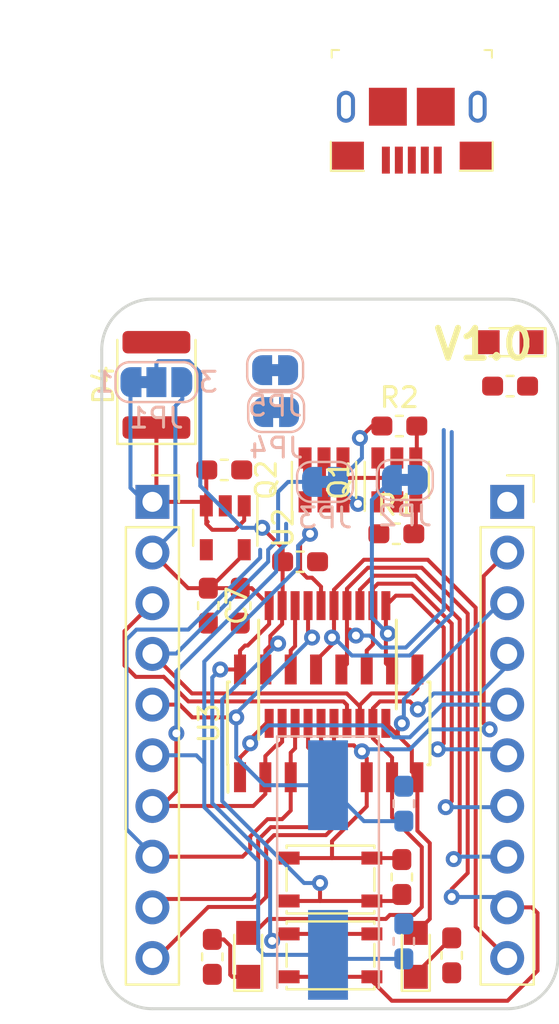
<source format=kicad_pcb>
(kicad_pcb (version 20171130) (host pcbnew "(5.0.0)")

  (general
    (thickness 1.6)
    (drawings 9)
    (tracks 401)
    (zones 0)
    (modules 32)
    (nets 32)
  )

  (page A4)
  (layers
    (0 F.Cu signal)
    (31 B.Cu signal)
    (32 B.Adhes user hide)
    (33 F.Adhes user hide)
    (34 B.Paste user hide)
    (35 F.Paste user hide)
    (36 B.SilkS user hide)
    (37 F.SilkS user hide)
    (38 B.Mask user)
    (39 F.Mask user hide)
    (40 Dwgs.User user)
    (41 Cmts.User user)
    (42 Eco1.User user)
    (43 Eco2.User user)
    (44 Edge.Cuts user)
    (45 Margin user)
    (46 B.CrtYd user)
    (47 F.CrtYd user)
    (48 B.Fab user)
    (49 F.Fab user)
  )

  (setup
    (last_trace_width 0.2)
    (trace_clearance 0.2)
    (zone_clearance 0.3)
    (zone_45_only no)
    (trace_min 0.2)
    (segment_width 0.2)
    (edge_width 0.15)
    (via_size 0.8)
    (via_drill 0.4)
    (via_min_size 0.4)
    (via_min_drill 0.3)
    (uvia_size 0.3)
    (uvia_drill 0.1)
    (uvias_allowed no)
    (uvia_min_size 0.2)
    (uvia_min_drill 0.1)
    (pcb_text_width 0.3)
    (pcb_text_size 1.5 1.5)
    (mod_edge_width 0.15)
    (mod_text_size 1 1)
    (mod_text_width 0.15)
    (pad_size 0.9 1.6)
    (pad_drill 0.5)
    (pad_to_mask_clearance 0.2)
    (aux_axis_origin 0 0)
    (visible_elements 7FFFFFFF)
    (pcbplotparams
      (layerselection 0x010fc_ffffffff)
      (usegerberextensions false)
      (usegerberattributes false)
      (usegerberadvancedattributes false)
      (creategerberjobfile false)
      (excludeedgelayer true)
      (linewidth 0.100000)
      (plotframeref false)
      (viasonmask false)
      (mode 1)
      (useauxorigin false)
      (hpglpennumber 1)
      (hpglpenspeed 20)
      (hpglpendiameter 15.000000)
      (psnegative false)
      (psa4output false)
      (plotreference true)
      (plotvalue true)
      (plotinvisibletext false)
      (padsonsilk false)
      (subtractmaskfromsilk false)
      (outputformat 1)
      (mirror false)
      (drillshape 0)
      (scaleselection 1)
      (outputdirectory "CHUSBIE552v1_0/"))
  )

  (net 0 "")
  (net 1 VCC)
  (net 2 /RESET)
  (net 3 "Net-(D3-Pad2)")
  (net 4 /P3.0)
  (net 5 /P3.1)
  (net 6 GND)
  (net 7 /P3.6)
  (net 8 /P1.5)
  (net 9 +3V3)
  (net 10 /P1.2)
  (net 11 /P1.3)
  (net 12 /P3.7)
  (net 13 /P3.5)
  (net 14 /P3.4)
  (net 15 /P3.3)
  (net 16 /P1.1)
  (net 17 /P1.0)
  (net 18 /P1.7)
  (net 19 /P1.6)
  (net 20 /P1.4)
  (net 21 /P3.2)
  (net 22 "Net-(D2-Pad1)")
  (net 23 "Net-(D1-Pad1)")
  (net 24 "Net-(Q1-Pad1)")
  (net 25 VBUS)
  (net 26 "Net-(JP2-Pad2)")
  (net 27 "Net-(JP3-Pad2)")
  (net 28 "Net-(U2-Pad4)")
  (net 29 /VSYS)
  (net 30 /CC2)
  (net 31 /CC1)

  (net_class Default "This is the default net class."
    (clearance 0.2)
    (trace_width 0.2)
    (via_dia 0.8)
    (via_drill 0.4)
    (uvia_dia 0.3)
    (uvia_drill 0.1)
    (add_net +3V3)
    (add_net /CC1)
    (add_net /CC2)
    (add_net /P1.0)
    (add_net /P1.1)
    (add_net /P1.2)
    (add_net /P1.3)
    (add_net /P1.4)
    (add_net /P1.5)
    (add_net /P1.6)
    (add_net /P1.7)
    (add_net /P3.0)
    (add_net /P3.1)
    (add_net /P3.2)
    (add_net /P3.3)
    (add_net /P3.4)
    (add_net /P3.5)
    (add_net /P3.6)
    (add_net /P3.7)
    (add_net /RESET)
    (add_net /VSYS)
    (add_net GND)
    (add_net "Net-(D1-Pad1)")
    (add_net "Net-(D2-Pad1)")
    (add_net "Net-(D3-Pad2)")
    (add_net "Net-(JP2-Pad2)")
    (add_net "Net-(JP3-Pad2)")
    (add_net "Net-(Q1-Pad1)")
    (add_net "Net-(U2-Pad4)")
    (add_net VBUS)
    (add_net VCC)
  )

  (module TO_SOT_Packages_SMD:SOT-23-6 (layer F.Cu) (tedit 58CE4E7E) (tstamp 5F0764DA)
    (at 84.8 75.1 90)
    (descr "6-pin SOT-23 package")
    (tags SOT-23-6)
    (path /5EFE00E5)
    (attr smd)
    (fp_text reference Q2 (at 0 -2.9 90) (layer F.SilkS)
      (effects (font (size 1 1) (thickness 0.15)))
    )
    (fp_text value CPH6337 (at 0 2.9 90) (layer F.Fab)
      (effects (font (size 1 1) (thickness 0.15)))
    )
    (fp_text user %R (at 0 0 180) (layer F.Fab)
      (effects (font (size 0.5 0.5) (thickness 0.075)))
    )
    (fp_line (start -0.9 1.61) (end 0.9 1.61) (layer F.SilkS) (width 0.12))
    (fp_line (start 0.9 -1.61) (end -1.55 -1.61) (layer F.SilkS) (width 0.12))
    (fp_line (start 1.9 -1.8) (end -1.9 -1.8) (layer F.CrtYd) (width 0.05))
    (fp_line (start 1.9 1.8) (end 1.9 -1.8) (layer F.CrtYd) (width 0.05))
    (fp_line (start -1.9 1.8) (end 1.9 1.8) (layer F.CrtYd) (width 0.05))
    (fp_line (start -1.9 -1.8) (end -1.9 1.8) (layer F.CrtYd) (width 0.05))
    (fp_line (start -0.9 -0.9) (end -0.25 -1.55) (layer F.Fab) (width 0.1))
    (fp_line (start 0.9 -1.55) (end -0.25 -1.55) (layer F.Fab) (width 0.1))
    (fp_line (start -0.9 -0.9) (end -0.9 1.55) (layer F.Fab) (width 0.1))
    (fp_line (start 0.9 1.55) (end -0.9 1.55) (layer F.Fab) (width 0.1))
    (fp_line (start 0.9 -1.55) (end 0.9 1.55) (layer F.Fab) (width 0.1))
    (pad 1 smd rect (at -1.1 -0.95 90) (size 1.06 0.65) (layers F.Cu F.Paste F.Mask)
      (net 24 "Net-(Q1-Pad1)"))
    (pad 2 smd rect (at -1.1 0 90) (size 1.06 0.65) (layers F.Cu F.Paste F.Mask)
      (net 24 "Net-(Q1-Pad1)"))
    (pad 3 smd rect (at -1.1 0.95 90) (size 1.06 0.65) (layers F.Cu F.Paste F.Mask)
      (net 27 "Net-(JP3-Pad2)"))
    (pad 4 smd rect (at 1.1 0.95 90) (size 1.06 0.65) (layers F.Cu F.Paste F.Mask)
      (net 1 VCC))
    (pad 6 smd rect (at 1.1 -0.95 90) (size 1.06 0.65) (layers F.Cu F.Paste F.Mask)
      (net 24 "Net-(Q1-Pad1)"))
    (pad 5 smd rect (at 1.1 0 90) (size 1.06 0.65) (layers F.Cu F.Paste F.Mask)
      (net 24 "Net-(Q1-Pad1)"))
    (model ${KISYS3DMOD}/TO_SOT_Packages_SMD.3dshapes/SOT-23-6.wrl
      (at (xyz 0 0 0))
      (scale (xyz 1 1 1))
      (rotate (xyz 0 0 0))
    )
  )

  (module TO_SOT_Packages_SMD:SOT-23-6 (layer F.Cu) (tedit 58CE4E7E) (tstamp 5F0764C4)
    (at 88.45 75.1 90)
    (descr "6-pin SOT-23 package")
    (tags SOT-23-6)
    (path /5EFDFEBB)
    (attr smd)
    (fp_text reference Q1 (at 0 -2.9 90) (layer F.SilkS)
      (effects (font (size 1 1) (thickness 0.15)))
    )
    (fp_text value CPH6337 (at 0 2.9 90) (layer F.Fab)
      (effects (font (size 1 1) (thickness 0.15)))
    )
    (fp_line (start 0.9 -1.55) (end 0.9 1.55) (layer F.Fab) (width 0.1))
    (fp_line (start 0.9 1.55) (end -0.9 1.55) (layer F.Fab) (width 0.1))
    (fp_line (start -0.9 -0.9) (end -0.9 1.55) (layer F.Fab) (width 0.1))
    (fp_line (start 0.9 -1.55) (end -0.25 -1.55) (layer F.Fab) (width 0.1))
    (fp_line (start -0.9 -0.9) (end -0.25 -1.55) (layer F.Fab) (width 0.1))
    (fp_line (start -1.9 -1.8) (end -1.9 1.8) (layer F.CrtYd) (width 0.05))
    (fp_line (start -1.9 1.8) (end 1.9 1.8) (layer F.CrtYd) (width 0.05))
    (fp_line (start 1.9 1.8) (end 1.9 -1.8) (layer F.CrtYd) (width 0.05))
    (fp_line (start 1.9 -1.8) (end -1.9 -1.8) (layer F.CrtYd) (width 0.05))
    (fp_line (start 0.9 -1.61) (end -1.55 -1.61) (layer F.SilkS) (width 0.12))
    (fp_line (start -0.9 1.61) (end 0.9 1.61) (layer F.SilkS) (width 0.12))
    (fp_text user %R (at 0 0 180) (layer F.Fab)
      (effects (font (size 0.5 0.5) (thickness 0.075)))
    )
    (pad 5 smd rect (at 1.1 0 90) (size 1.06 0.65) (layers F.Cu F.Paste F.Mask)
      (net 24 "Net-(Q1-Pad1)"))
    (pad 6 smd rect (at 1.1 -0.95 90) (size 1.06 0.65) (layers F.Cu F.Paste F.Mask)
      (net 24 "Net-(Q1-Pad1)"))
    (pad 4 smd rect (at 1.1 0.95 90) (size 1.06 0.65) (layers F.Cu F.Paste F.Mask)
      (net 25 VBUS))
    (pad 3 smd rect (at -1.1 0.95 90) (size 1.06 0.65) (layers F.Cu F.Paste F.Mask)
      (net 26 "Net-(JP2-Pad2)"))
    (pad 2 smd rect (at -1.1 0 90) (size 1.06 0.65) (layers F.Cu F.Paste F.Mask)
      (net 24 "Net-(Q1-Pad1)"))
    (pad 1 smd rect (at -1.1 -0.95 90) (size 1.06 0.65) (layers F.Cu F.Paste F.Mask)
      (net 24 "Net-(Q1-Pad1)"))
    (model ${KISYS3DMOD}/TO_SOT_Packages_SMD.3dshapes/SOT-23-6.wrl
      (at (xyz 0 0 0))
      (scale (xyz 1 1 1))
      (rotate (xyz 0 0 0))
    )
  )

  (module Capacitor_SMD:C_0603_1608Metric_Pad1.05x0.95mm_HandSolder (layer F.Cu) (tedit 5B301BBE) (tstamp 5F0FA05A)
    (at 79 81.4 270)
    (descr "Capacitor SMD 0603 (1608 Metric), square (rectangular) end terminal, IPC_7351 nominal with elongated pad for handsoldering. (Body size source: http://www.tortai-tech.com/upload/download/2011102023233369053.pdf), generated with kicad-footprint-generator")
    (tags "capacitor handsolder")
    (path /5EF74BB1)
    (attr smd)
    (fp_text reference C7 (at 0 -1.43 270) (layer F.SilkS)
      (effects (font (size 1 1) (thickness 0.15)))
    )
    (fp_text value 100nF (at 0 1.43 270) (layer F.Fab)
      (effects (font (size 1 1) (thickness 0.15)))
    )
    (fp_line (start -0.8 0.4) (end -0.8 -0.4) (layer F.Fab) (width 0.1))
    (fp_line (start -0.8 -0.4) (end 0.8 -0.4) (layer F.Fab) (width 0.1))
    (fp_line (start 0.8 -0.4) (end 0.8 0.4) (layer F.Fab) (width 0.1))
    (fp_line (start 0.8 0.4) (end -0.8 0.4) (layer F.Fab) (width 0.1))
    (fp_line (start -0.171267 -0.51) (end 0.171267 -0.51) (layer F.SilkS) (width 0.12))
    (fp_line (start -0.171267 0.51) (end 0.171267 0.51) (layer F.SilkS) (width 0.12))
    (fp_line (start -1.65 0.73) (end -1.65 -0.73) (layer F.CrtYd) (width 0.05))
    (fp_line (start -1.65 -0.73) (end 1.65 -0.73) (layer F.CrtYd) (width 0.05))
    (fp_line (start 1.65 -0.73) (end 1.65 0.73) (layer F.CrtYd) (width 0.05))
    (fp_line (start 1.65 0.73) (end -1.65 0.73) (layer F.CrtYd) (width 0.05))
    (fp_text user %R (at 0 0 270) (layer F.Fab)
      (effects (font (size 0.4 0.4) (thickness 0.06)))
    )
    (pad 1 smd roundrect (at -0.875 0 270) (size 1.05 0.95) (layers F.Cu F.Paste F.Mask) (roundrect_rratio 0.25)
      (net 9 +3V3))
    (pad 2 smd roundrect (at 0.875 0 270) (size 1.05 0.95) (layers F.Cu F.Paste F.Mask) (roundrect_rratio 0.25)
      (net 6 GND))
    (model ${KISYS3DMOD}/Capacitor_SMD.3dshapes/C_0603_1608Metric.wrl
      (at (xyz 0 0 0))
      (scale (xyz 1 1 1))
      (rotate (xyz 0 0 0))
    )
  )

  (module Diode_SMD:D_1812_4532Metric (layer F.Cu) (tedit 5B301BBE) (tstamp 5F0F9FAB)
    (at 76.4 70.3375 90)
    (descr "Diode SMD 1812 (4532 Metric), square (rectangular) end terminal, IPC_7351 nominal, (Body size source: https://www.nikhef.nl/pub/departments/mt/projects/detectorR_D/dtddice/ERJ2G.pdf), generated with kicad-footprint-generator")
    (tags diode)
    (path /5EF55EA4)
    (attr smd)
    (fp_text reference D4 (at 0 -2.65 90) (layer F.SilkS)
      (effects (font (size 1 1) (thickness 0.15)))
    )
    (fp_text value SMBJ58A+ (at 0 2.65 90) (layer F.Fab)
      (effects (font (size 1 1) (thickness 0.15)))
    )
    (fp_line (start 2.25 -1.6) (end -1.45 -1.6) (layer F.Fab) (width 0.1))
    (fp_line (start -1.45 -1.6) (end -2.25 -0.8) (layer F.Fab) (width 0.1))
    (fp_line (start -2.25 -0.8) (end -2.25 1.6) (layer F.Fab) (width 0.1))
    (fp_line (start -2.25 1.6) (end 2.25 1.6) (layer F.Fab) (width 0.1))
    (fp_line (start 2.25 1.6) (end 2.25 -1.6) (layer F.Fab) (width 0.1))
    (fp_line (start 2.25 -1.96) (end -2.96 -1.96) (layer F.SilkS) (width 0.12))
    (fp_line (start -2.96 -1.96) (end -2.96 1.96) (layer F.SilkS) (width 0.12))
    (fp_line (start -2.96 1.96) (end 2.25 1.96) (layer F.SilkS) (width 0.12))
    (fp_line (start -2.95 1.95) (end -2.95 -1.95) (layer F.CrtYd) (width 0.05))
    (fp_line (start -2.95 -1.95) (end 2.95 -1.95) (layer F.CrtYd) (width 0.05))
    (fp_line (start 2.95 -1.95) (end 2.95 1.95) (layer F.CrtYd) (width 0.05))
    (fp_line (start 2.95 1.95) (end -2.95 1.95) (layer F.CrtYd) (width 0.05))
    (fp_text user %R (at 0 0 90) (layer F.Fab)
      (effects (font (size 1 1) (thickness 0.15)))
    )
    (pad 1 smd roundrect (at -2.1375 0 90) (size 1.125 3.4) (layers F.Cu F.Paste F.Mask) (roundrect_rratio 0.222222)
      (net 1 VCC))
    (pad 2 smd roundrect (at 2.1375 0 90) (size 1.125 3.4) (layers F.Cu F.Paste F.Mask) (roundrect_rratio 0.222222)
      (net 6 GND))
    (model ${KISYS3DMOD}/Diode_SMD.3dshapes/D_1812_4532Metric.wrl
      (at (xyz 0 0 0))
      (scale (xyz 1 1 1))
      (rotate (xyz 0 0 0))
    )
  )

  (module Housings_SOIC:SOIC-16_3.9x9.9mm_Pitch1.27mm (layer F.Cu) (tedit 58CC8F64) (tstamp 5F0F9F98)
    (at 85.035 87.3 90)
    (descr "16-Lead Plastic Small Outline (SL) - Narrow, 3.90 mm Body [SOIC] (see Microchip Packaging Specification 00000049BS.pdf)")
    (tags "SOIC 1.27")
    (path /5EE9DF5F)
    (attr smd)
    (fp_text reference U3 (at 0 -6 90) (layer F.SilkS)
      (effects (font (size 1 1) (thickness 0.15)))
    )
    (fp_text value CH554G (at 0 6 90) (layer F.Fab)
      (effects (font (size 1 1) (thickness 0.15)))
    )
    (fp_line (start -2.075 -5.05) (end -3.45 -5.05) (layer F.SilkS) (width 0.15))
    (fp_line (start -2.075 5.075) (end 2.075 5.075) (layer F.SilkS) (width 0.15))
    (fp_line (start -2.075 -5.075) (end 2.075 -5.075) (layer F.SilkS) (width 0.15))
    (fp_line (start -2.075 5.075) (end -2.075 4.97) (layer F.SilkS) (width 0.15))
    (fp_line (start 2.075 5.075) (end 2.075 4.97) (layer F.SilkS) (width 0.15))
    (fp_line (start 2.075 -5.075) (end 2.075 -4.97) (layer F.SilkS) (width 0.15))
    (fp_line (start -2.075 -5.075) (end -2.075 -5.05) (layer F.SilkS) (width 0.15))
    (fp_line (start -3.7 5.25) (end 3.7 5.25) (layer F.CrtYd) (width 0.05))
    (fp_line (start -3.7 -5.25) (end 3.7 -5.25) (layer F.CrtYd) (width 0.05))
    (fp_line (start 3.7 -5.25) (end 3.7 5.25) (layer F.CrtYd) (width 0.05))
    (fp_line (start -3.7 -5.25) (end -3.7 5.25) (layer F.CrtYd) (width 0.05))
    (fp_line (start -1.95 -3.95) (end -0.95 -4.95) (layer F.Fab) (width 0.15))
    (fp_line (start -1.95 4.95) (end -1.95 -3.95) (layer F.Fab) (width 0.15))
    (fp_line (start 1.95 4.95) (end -1.95 4.95) (layer F.Fab) (width 0.15))
    (fp_line (start 1.95 -4.95) (end 1.95 4.95) (layer F.Fab) (width 0.15))
    (fp_line (start -0.95 -4.95) (end 1.95 -4.95) (layer F.Fab) (width 0.15))
    (fp_text user %R (at 0 0 90) (layer F.Fab)
      (effects (font (size 0.9 0.9) (thickness 0.135)))
    )
    (pad 16 smd rect (at 2.7 -4.445 90) (size 1.5 0.6) (layers F.Cu F.Paste F.Mask)
      (net 9 +3V3))
    (pad 15 smd rect (at 2.7 -3.175 90) (size 1.5 0.6) (layers F.Cu F.Paste F.Mask)
      (net 29 /VSYS))
    (pad 14 smd rect (at 2.7 -1.905 90) (size 1.5 0.6) (layers F.Cu F.Paste F.Mask)
      (net 6 GND))
    (pad 13 smd rect (at 2.7 -0.635 90) (size 1.5 0.6) (layers F.Cu F.Paste F.Mask)
      (net 12 /P3.7))
    (pad 12 smd rect (at 2.7 0.635 90) (size 1.5 0.6) (layers F.Cu F.Paste F.Mask)
      (net 7 /P3.6))
    (pad 11 smd rect (at 2.7 1.905 90) (size 1.5 0.6) (layers F.Cu F.Paste F.Mask)
      (net 14 /P3.4))
    (pad 10 smd rect (at 2.7 3.175 90) (size 1.5 0.6) (layers F.Cu F.Paste F.Mask)
      (net 15 /P3.3))
    (pad 9 smd rect (at 2.7 4.445 90) (size 1.5 0.6) (layers F.Cu F.Paste F.Mask)
      (net 16 /P1.1))
    (pad 8 smd rect (at -2.7 4.445 90) (size 1.5 0.6) (layers F.Cu F.Paste F.Mask)
      (net 4 /P3.0))
    (pad 7 smd rect (at -2.7 3.175 90) (size 1.5 0.6) (layers F.Cu F.Paste F.Mask)
      (net 5 /P3.1))
    (pad 6 smd rect (at -2.7 1.905 90) (size 1.5 0.6) (layers F.Cu F.Paste F.Mask)
      (net 2 /RESET))
    (pad 5 smd rect (at -2.7 0.635 90) (size 1.5 0.6) (layers F.Cu F.Paste F.Mask)
      (net 18 /P1.7))
    (pad 4 smd rect (at -2.7 -0.635 90) (size 1.5 0.6) (layers F.Cu F.Paste F.Mask)
      (net 19 /P1.6))
    (pad 3 smd rect (at -2.7 -1.905 90) (size 1.5 0.6) (layers F.Cu F.Paste F.Mask)
      (net 8 /P1.5))
    (pad 2 smd rect (at -2.7 -3.175 90) (size 1.5 0.6) (layers F.Cu F.Paste F.Mask)
      (net 20 /P1.4))
    (pad 1 smd rect (at -2.7 -4.445 90) (size 1.5 0.6) (layers F.Cu F.Paste F.Mask)
      (net 21 /P3.2))
    (model ${KISYS3DMOD}/Housings_SOIC.3dshapes/SOIC-16_3.9x9.9mm_Pitch1.27mm.wrl
      (at (xyz 0 0 0))
      (scale (xyz 1 1 1))
      (rotate (xyz 0 0 0))
    )
  )

  (module Jumper:SolderJumper-2_P1.3mm_Bridged_RoundedPad1.0x1.5mm (layer B.Cu) (tedit 5B391ABA) (tstamp 5F0F9F50)
    (at 82.4 71.7)
    (descr "SMD Solder Jumper, 1x1.5mm, rounded Pads, 0.3mm gap, bridged with 1 copper strip")
    (tags "solder jumper open")
    (path /5EF1A3D8)
    (attr virtual)
    (fp_text reference JP4 (at 0 1.8) (layer B.SilkS)
      (effects (font (size 1 1) (thickness 0.15)) (justify mirror))
    )
    (fp_text value Jumper_NC_Small (at 0 -1.9) (layer B.Fab)
      (effects (font (size 1 1) (thickness 0.15)) (justify mirror))
    )
    (fp_line (start 1.65 -1.25) (end -1.65 -1.25) (layer B.CrtYd) (width 0.05))
    (fp_line (start 1.65 -1.25) (end 1.65 1.25) (layer B.CrtYd) (width 0.05))
    (fp_line (start -1.65 1.25) (end -1.65 -1.25) (layer B.CrtYd) (width 0.05))
    (fp_line (start -1.65 1.25) (end 1.65 1.25) (layer B.CrtYd) (width 0.05))
    (fp_line (start -0.7 1) (end 0.7 1) (layer B.SilkS) (width 0.12))
    (fp_line (start 1.4 0.3) (end 1.4 -0.3) (layer B.SilkS) (width 0.12))
    (fp_line (start 0.7 -1) (end -0.7 -1) (layer B.SilkS) (width 0.12))
    (fp_line (start -1.4 -0.3) (end -1.4 0.3) (layer B.SilkS) (width 0.12))
    (fp_arc (start -0.7 0.3) (end -0.7 1) (angle 90) (layer B.SilkS) (width 0.12))
    (fp_arc (start -0.7 -0.3) (end -1.4 -0.3) (angle 90) (layer B.SilkS) (width 0.12))
    (fp_arc (start 0.7 -0.3) (end 0.7 -1) (angle 90) (layer B.SilkS) (width 0.12))
    (fp_arc (start 0.7 0.3) (end 1.4 0.3) (angle 90) (layer B.SilkS) (width 0.12))
    (pad 2 smd custom (at 0.65 0) (size 1 0.5) (layers B.Cu B.Mask)
      (net 20 /P1.4) (zone_connect 0)
      (options (clearance outline) (anchor rect))
      (primitives
        (gr_circle (center 0 -0.25) (end 0.5 -0.25) (width 0))
        (gr_circle (center 0 0.25) (end 0.5 0.25) (width 0))
        (gr_poly (pts
           (xy 0 0.75) (xy -0.5 0.75) (xy -0.5 -0.75) (xy 0 -0.75)) (width 0))
      ))
    (pad 1 smd custom (at -0.65 0) (size 1 0.5) (layers B.Cu B.Mask)
      (net 31 /CC1) (zone_connect 0)
      (options (clearance outline) (anchor rect))
      (primitives
        (gr_circle (center 0 -0.25) (end 0.5 -0.25) (width 0))
        (gr_circle (center 0 0.25) (end 0.5 0.25) (width 0))
        (gr_poly (pts
           (xy 0 0.75) (xy 0.5 0.75) (xy 0.5 -0.75) (xy 0 -0.75)) (width 0))
        (gr_poly (pts
           (xy 0.9 0.3) (xy 0.4 0.3) (xy 0.4 -0.3) (xy 0.9 -0.3)) (width 0))
      ))
  )

  (module Jumper:SolderJumper-2_P1.3mm_Bridged_RoundedPad1.0x1.5mm (layer B.Cu) (tedit 5B391ABA) (tstamp 5F0F9F3E)
    (at 84.85 75.2)
    (descr "SMD Solder Jumper, 1x1.5mm, rounded Pads, 0.3mm gap, bridged with 1 copper strip")
    (tags "solder jumper open")
    (path /5EF2B342)
    (attr virtual)
    (fp_text reference JP3 (at 0 1.8) (layer B.SilkS)
      (effects (font (size 1 1) (thickness 0.15)) (justify mirror))
    )
    (fp_text value Jumper_NC_Small (at 0 -1.9) (layer B.Fab)
      (effects (font (size 1 1) (thickness 0.15)) (justify mirror))
    )
    (fp_arc (start 0.7 0.3) (end 1.4 0.3) (angle 90) (layer B.SilkS) (width 0.12))
    (fp_arc (start 0.7 -0.3) (end 0.7 -1) (angle 90) (layer B.SilkS) (width 0.12))
    (fp_arc (start -0.7 -0.3) (end -1.4 -0.3) (angle 90) (layer B.SilkS) (width 0.12))
    (fp_arc (start -0.7 0.3) (end -0.7 1) (angle 90) (layer B.SilkS) (width 0.12))
    (fp_line (start -1.4 -0.3) (end -1.4 0.3) (layer B.SilkS) (width 0.12))
    (fp_line (start 0.7 -1) (end -0.7 -1) (layer B.SilkS) (width 0.12))
    (fp_line (start 1.4 0.3) (end 1.4 -0.3) (layer B.SilkS) (width 0.12))
    (fp_line (start -0.7 1) (end 0.7 1) (layer B.SilkS) (width 0.12))
    (fp_line (start -1.65 1.25) (end 1.65 1.25) (layer B.CrtYd) (width 0.05))
    (fp_line (start -1.65 1.25) (end -1.65 -1.25) (layer B.CrtYd) (width 0.05))
    (fp_line (start 1.65 -1.25) (end 1.65 1.25) (layer B.CrtYd) (width 0.05))
    (fp_line (start 1.65 -1.25) (end -1.65 -1.25) (layer B.CrtYd) (width 0.05))
    (pad 1 smd custom (at -0.65 0) (size 1 0.5) (layers B.Cu B.Mask)
      (net 16 /P1.1) (zone_connect 0)
      (options (clearance outline) (anchor rect))
      (primitives
        (gr_circle (center 0 -0.25) (end 0.5 -0.25) (width 0))
        (gr_circle (center 0 0.25) (end 0.5 0.25) (width 0))
        (gr_poly (pts
           (xy 0 0.75) (xy 0.5 0.75) (xy 0.5 -0.75) (xy 0 -0.75)) (width 0))
        (gr_poly (pts
           (xy 0.9 0.3) (xy 0.4 0.3) (xy 0.4 -0.3) (xy 0.9 -0.3)) (width 0))
      ))
    (pad 2 smd custom (at 0.65 0) (size 1 0.5) (layers B.Cu B.Mask)
      (net 27 "Net-(JP3-Pad2)") (zone_connect 0)
      (options (clearance outline) (anchor rect))
      (primitives
        (gr_circle (center 0 -0.25) (end 0.5 -0.25) (width 0))
        (gr_circle (center 0 0.25) (end 0.5 0.25) (width 0))
        (gr_poly (pts
           (xy 0 0.75) (xy -0.5 0.75) (xy -0.5 -0.75) (xy 0 -0.75)) (width 0))
      ))
  )

  (module Jumper:SolderJumper-2_P1.3mm_Bridged_RoundedPad1.0x1.5mm (layer B.Cu) (tedit 5B391ABA) (tstamp 5F0F9F2C)
    (at 88.85 75.1)
    (descr "SMD Solder Jumper, 1x1.5mm, rounded Pads, 0.3mm gap, bridged with 1 copper strip")
    (tags "solder jumper open")
    (path /5EF21D61)
    (attr virtual)
    (fp_text reference JP2 (at 0 1.8) (layer B.SilkS)
      (effects (font (size 1 1) (thickness 0.15)) (justify mirror))
    )
    (fp_text value Jumper_NC_Small (at 0 -1.9) (layer B.Fab)
      (effects (font (size 1 1) (thickness 0.15)) (justify mirror))
    )
    (fp_line (start 1.65 -1.25) (end -1.65 -1.25) (layer B.CrtYd) (width 0.05))
    (fp_line (start 1.65 -1.25) (end 1.65 1.25) (layer B.CrtYd) (width 0.05))
    (fp_line (start -1.65 1.25) (end -1.65 -1.25) (layer B.CrtYd) (width 0.05))
    (fp_line (start -1.65 1.25) (end 1.65 1.25) (layer B.CrtYd) (width 0.05))
    (fp_line (start -0.7 1) (end 0.7 1) (layer B.SilkS) (width 0.12))
    (fp_line (start 1.4 0.3) (end 1.4 -0.3) (layer B.SilkS) (width 0.12))
    (fp_line (start 0.7 -1) (end -0.7 -1) (layer B.SilkS) (width 0.12))
    (fp_line (start -1.4 -0.3) (end -1.4 0.3) (layer B.SilkS) (width 0.12))
    (fp_arc (start -0.7 0.3) (end -0.7 1) (angle 90) (layer B.SilkS) (width 0.12))
    (fp_arc (start -0.7 -0.3) (end -1.4 -0.3) (angle 90) (layer B.SilkS) (width 0.12))
    (fp_arc (start 0.7 -0.3) (end 0.7 -1) (angle 90) (layer B.SilkS) (width 0.12))
    (fp_arc (start 0.7 0.3) (end 1.4 0.3) (angle 90) (layer B.SilkS) (width 0.12))
    (pad 2 smd custom (at 0.65 0) (size 1 0.5) (layers B.Cu B.Mask)
      (net 26 "Net-(JP2-Pad2)") (zone_connect 0)
      (options (clearance outline) (anchor rect))
      (primitives
        (gr_circle (center 0 -0.25) (end 0.5 -0.25) (width 0))
        (gr_circle (center 0 0.25) (end 0.5 0.25) (width 0))
        (gr_poly (pts
           (xy 0 0.75) (xy -0.5 0.75) (xy -0.5 -0.75) (xy 0 -0.75)) (width 0))
      ))
    (pad 1 smd custom (at -0.65 0) (size 1 0.5) (layers B.Cu B.Mask)
      (net 15 /P3.3) (zone_connect 0)
      (options (clearance outline) (anchor rect))
      (primitives
        (gr_circle (center 0 -0.25) (end 0.5 -0.25) (width 0))
        (gr_circle (center 0 0.25) (end 0.5 0.25) (width 0))
        (gr_poly (pts
           (xy 0 0.75) (xy 0.5 0.75) (xy 0.5 -0.75) (xy 0 -0.75)) (width 0))
        (gr_poly (pts
           (xy 0.9 0.3) (xy 0.4 0.3) (xy 0.4 -0.3) (xy 0.9 -0.3)) (width 0))
      ))
  )

  (module Jumper:SolderJumper-2_P1.3mm_Bridged_RoundedPad1.0x1.5mm (layer B.Cu) (tedit 5B391ABA) (tstamp 5F0F9F1A)
    (at 82.35 69.6)
    (descr "SMD Solder Jumper, 1x1.5mm, rounded Pads, 0.3mm gap, bridged with 1 copper strip")
    (tags "solder jumper open")
    (path /5EF1A48E)
    (attr virtual)
    (fp_text reference JP5 (at 0 1.8) (layer B.SilkS)
      (effects (font (size 1 1) (thickness 0.15)) (justify mirror))
    )
    (fp_text value Jumper_NC_Small (at 0 -1.9) (layer B.Fab)
      (effects (font (size 1 1) (thickness 0.15)) (justify mirror))
    )
    (fp_arc (start 0.7 0.3) (end 1.4 0.3) (angle 90) (layer B.SilkS) (width 0.12))
    (fp_arc (start 0.7 -0.3) (end 0.7 -1) (angle 90) (layer B.SilkS) (width 0.12))
    (fp_arc (start -0.7 -0.3) (end -1.4 -0.3) (angle 90) (layer B.SilkS) (width 0.12))
    (fp_arc (start -0.7 0.3) (end -0.7 1) (angle 90) (layer B.SilkS) (width 0.12))
    (fp_line (start -1.4 -0.3) (end -1.4 0.3) (layer B.SilkS) (width 0.12))
    (fp_line (start 0.7 -1) (end -0.7 -1) (layer B.SilkS) (width 0.12))
    (fp_line (start 1.4 0.3) (end 1.4 -0.3) (layer B.SilkS) (width 0.12))
    (fp_line (start -0.7 1) (end 0.7 1) (layer B.SilkS) (width 0.12))
    (fp_line (start -1.65 1.25) (end 1.65 1.25) (layer B.CrtYd) (width 0.05))
    (fp_line (start -1.65 1.25) (end -1.65 -1.25) (layer B.CrtYd) (width 0.05))
    (fp_line (start 1.65 -1.25) (end 1.65 1.25) (layer B.CrtYd) (width 0.05))
    (fp_line (start 1.65 -1.25) (end -1.65 -1.25) (layer B.CrtYd) (width 0.05))
    (pad 1 smd custom (at -0.65 0) (size 1 0.5) (layers B.Cu B.Mask)
      (net 30 /CC2) (zone_connect 0)
      (options (clearance outline) (anchor rect))
      (primitives
        (gr_circle (center 0 -0.25) (end 0.5 -0.25) (width 0))
        (gr_circle (center 0 0.25) (end 0.5 0.25) (width 0))
        (gr_poly (pts
           (xy 0 0.75) (xy 0.5 0.75) (xy 0.5 -0.75) (xy 0 -0.75)) (width 0))
        (gr_poly (pts
           (xy 0.9 0.3) (xy 0.4 0.3) (xy 0.4 -0.3) (xy 0.9 -0.3)) (width 0))
      ))
    (pad 2 smd custom (at 0.65 0) (size 1 0.5) (layers B.Cu B.Mask)
      (net 8 /P1.5) (zone_connect 0)
      (options (clearance outline) (anchor rect))
      (primitives
        (gr_circle (center 0 -0.25) (end 0.5 -0.25) (width 0))
        (gr_circle (center 0 0.25) (end 0.5 0.25) (width 0))
        (gr_poly (pts
           (xy 0 0.75) (xy -0.5 0.75) (xy -0.5 -0.75) (xy 0 -0.75)) (width 0))
      ))
  )

  (module Jumper:SolderJumper-3_P1.3mm_Bridged12_RoundedPad1.0x1.5mm_NumberLabels (layer B.Cu) (tedit 5B391DD7) (tstamp 5F0F9F08)
    (at 76.4 70.2)
    (descr "SMD Solder 3-pad Jumper, 1x1.5mm rounded Pads, 0.3mm gap, pads 1-2 bridged with 1 copper strip, labeled with numbers")
    (tags "solder jumper open")
    (path /5EFA63BB)
    (attr virtual)
    (fp_text reference JP1 (at 0 1.8) (layer B.SilkS)
      (effects (font (size 1 1) (thickness 0.15)) (justify mirror))
    )
    (fp_text value Jumper_3_Bridged12 (at 0 -1.9) (layer B.Fab)
      (effects (font (size 1 1) (thickness 0.15)) (justify mirror))
    )
    (fp_text user 3 (at 2.6 0) (layer B.SilkS)
      (effects (font (size 1 1) (thickness 0.15)) (justify mirror))
    )
    (fp_text user 1 (at -2.6 0) (layer B.SilkS)
      (effects (font (size 1 1) (thickness 0.15)) (justify mirror))
    )
    (fp_line (start -2.05 -0.3) (end -2.05 0.3) (layer B.SilkS) (width 0.12))
    (fp_line (start 1.4 -1) (end -1.4 -1) (layer B.SilkS) (width 0.12))
    (fp_line (start 2.05 0.3) (end 2.05 -0.3) (layer B.SilkS) (width 0.12))
    (fp_line (start -1.4 1) (end 1.4 1) (layer B.SilkS) (width 0.12))
    (fp_line (start -2.3 1.25) (end 2.3 1.25) (layer B.CrtYd) (width 0.05))
    (fp_line (start -2.3 1.25) (end -2.3 -1.25) (layer B.CrtYd) (width 0.05))
    (fp_line (start 2.3 -1.25) (end 2.3 1.25) (layer B.CrtYd) (width 0.05))
    (fp_line (start 2.3 -1.25) (end -2.3 -1.25) (layer B.CrtYd) (width 0.05))
    (fp_arc (start 1.35 0.3) (end 2.05 0.3) (angle 90) (layer B.SilkS) (width 0.12))
    (fp_arc (start 1.35 -0.3) (end 1.35 -1) (angle 90) (layer B.SilkS) (width 0.12))
    (fp_arc (start -1.35 -0.3) (end -2.05 -0.3) (angle 90) (layer B.SilkS) (width 0.12))
    (fp_arc (start -1.35 0.3) (end -1.35 1) (angle 90) (layer B.SilkS) (width 0.12))
    (pad 1 smd custom (at -1.3 0) (size 1 0.5) (layers B.Cu B.Mask)
      (net 1 VCC) (zone_connect 0)
      (options (clearance outline) (anchor rect))
      (primitives
        (gr_circle (center 0 -0.25) (end 0.5 -0.25) (width 0))
        (gr_circle (center 0 0.25) (end 0.5 0.25) (width 0))
        (gr_poly (pts
           (xy 0.55 0.75) (xy 0 0.75) (xy 0 -0.75) (xy 0.55 -0.75)) (width 0))
        (gr_poly (pts
           (xy 0.4 0.3) (xy 0.9 0.3) (xy 0.9 -0.3) (xy 0.4 -0.3)) (width 0))
      ))
    (pad 3 smd custom (at 1.3 0) (size 1 0.5) (layers B.Cu B.Mask)
      (net 9 +3V3) (zone_connect 0)
      (options (clearance outline) (anchor rect))
      (primitives
        (gr_circle (center 0 -0.25) (end 0.5 -0.25) (width 0))
        (gr_circle (center 0 0.25) (end 0.5 0.25) (width 0))
        (gr_poly (pts
           (xy -0.55 0.75) (xy 0 0.75) (xy 0 -0.75) (xy -0.55 -0.75)) (width 0))
      ))
    (pad 2 smd rect (at 0 0) (size 1 1.5) (layers B.Cu B.Mask)
      (net 29 /VSYS))
  )

  (module Package_TO_SOT_SMD:SOT-23-5 (layer F.Cu) (tedit 5A02FF57) (tstamp 5F0F9E62)
    (at 79.85 77.5 270)
    (descr "5-pin SOT23 package")
    (tags SOT-23-5)
    (path /5EF4E1A2)
    (attr smd)
    (fp_text reference U2 (at 0 -2.9 270) (layer F.SilkS)
      (effects (font (size 1 1) (thickness 0.15)))
    )
    (fp_text value MIC5504-3.3YM5 (at 0 2.9 270) (layer F.Fab)
      (effects (font (size 1 1) (thickness 0.15)))
    )
    (fp_text user %R (at 0 0) (layer F.Fab)
      (effects (font (size 0.5 0.5) (thickness 0.075)))
    )
    (fp_line (start -0.9 1.61) (end 0.9 1.61) (layer F.SilkS) (width 0.12))
    (fp_line (start 0.9 -1.61) (end -1.55 -1.61) (layer F.SilkS) (width 0.12))
    (fp_line (start -1.9 -1.8) (end 1.9 -1.8) (layer F.CrtYd) (width 0.05))
    (fp_line (start 1.9 -1.8) (end 1.9 1.8) (layer F.CrtYd) (width 0.05))
    (fp_line (start 1.9 1.8) (end -1.9 1.8) (layer F.CrtYd) (width 0.05))
    (fp_line (start -1.9 1.8) (end -1.9 -1.8) (layer F.CrtYd) (width 0.05))
    (fp_line (start -0.9 -0.9) (end -0.25 -1.55) (layer F.Fab) (width 0.1))
    (fp_line (start 0.9 -1.55) (end -0.25 -1.55) (layer F.Fab) (width 0.1))
    (fp_line (start -0.9 -0.9) (end -0.9 1.55) (layer F.Fab) (width 0.1))
    (fp_line (start 0.9 1.55) (end -0.9 1.55) (layer F.Fab) (width 0.1))
    (fp_line (start 0.9 -1.55) (end 0.9 1.55) (layer F.Fab) (width 0.1))
    (pad 1 smd rect (at -1.1 -0.95 270) (size 1.06 0.65) (layers F.Cu F.Paste F.Mask)
      (net 1 VCC))
    (pad 2 smd rect (at -1.1 0 270) (size 1.06 0.65) (layers F.Cu F.Paste F.Mask)
      (net 6 GND))
    (pad 3 smd rect (at -1.1 0.95 270) (size 1.06 0.65) (layers F.Cu F.Paste F.Mask)
      (net 1 VCC))
    (pad 4 smd rect (at 1.1 0.95 270) (size 1.06 0.65) (layers F.Cu F.Paste F.Mask)
      (net 28 "Net-(U2-Pad4)"))
    (pad 5 smd rect (at 1.1 -0.95 270) (size 1.06 0.65) (layers F.Cu F.Paste F.Mask)
      (net 9 +3V3))
    (model ${KISYS3DMOD}/Package_TO_SOT_SMD.3dshapes/SOT-23-5.wrl
      (at (xyz 0 0 0))
      (scale (xyz 1 1 1))
      (rotate (xyz 0 0 0))
    )
  )

  (module Resistor_SMD:R_0603_1608Metric_Pad1.05x0.95mm_HandSolder (layer F.Cu) (tedit 5B301BBD) (tstamp 5F0F9E61)
    (at 88.575 72.4)
    (descr "Resistor SMD 0603 (1608 Metric), square (rectangular) end terminal, IPC_7351 nominal with elongated pad for handsoldering. (Body size source: http://www.tortai-tech.com/upload/download/2011102023233369053.pdf), generated with kicad-footprint-generator")
    (tags "resistor handsolder")
    (path /5EEFC458)
    (attr smd)
    (fp_text reference R2 (at 0 -1.43) (layer F.SilkS)
      (effects (font (size 1 1) (thickness 0.15)))
    )
    (fp_text value 10k (at 0 1.43) (layer F.Fab)
      (effects (font (size 1 1) (thickness 0.15)))
    )
    (fp_text user %R (at 0 0) (layer F.Fab)
      (effects (font (size 0.4 0.4) (thickness 0.06)))
    )
    (fp_line (start 1.65 0.73) (end -1.65 0.73) (layer F.CrtYd) (width 0.05))
    (fp_line (start 1.65 -0.73) (end 1.65 0.73) (layer F.CrtYd) (width 0.05))
    (fp_line (start -1.65 -0.73) (end 1.65 -0.73) (layer F.CrtYd) (width 0.05))
    (fp_line (start -1.65 0.73) (end -1.65 -0.73) (layer F.CrtYd) (width 0.05))
    (fp_line (start -0.171267 0.51) (end 0.171267 0.51) (layer F.SilkS) (width 0.12))
    (fp_line (start -0.171267 -0.51) (end 0.171267 -0.51) (layer F.SilkS) (width 0.12))
    (fp_line (start 0.8 0.4) (end -0.8 0.4) (layer F.Fab) (width 0.1))
    (fp_line (start 0.8 -0.4) (end 0.8 0.4) (layer F.Fab) (width 0.1))
    (fp_line (start -0.8 -0.4) (end 0.8 -0.4) (layer F.Fab) (width 0.1))
    (fp_line (start -0.8 0.4) (end -0.8 -0.4) (layer F.Fab) (width 0.1))
    (pad 2 smd roundrect (at 0.875 0) (size 1.05 0.95) (layers F.Cu F.Paste F.Mask) (roundrect_rratio 0.25)
      (net 25 VBUS))
    (pad 1 smd roundrect (at -0.875 0) (size 1.05 0.95) (layers F.Cu F.Paste F.Mask) (roundrect_rratio 0.25)
      (net 27 "Net-(JP3-Pad2)"))
    (model ${KISYS3DMOD}/Resistor_SMD.3dshapes/R_0603_1608Metric.wrl
      (at (xyz 0 0 0))
      (scale (xyz 1 1 1))
      (rotate (xyz 0 0 0))
    )
  )

  (module Resistor_SMD:R_0603_1608Metric_Pad1.05x0.95mm_HandSolder (layer F.Cu) (tedit 5B301BBD) (tstamp 5F0F9E50)
    (at 88.425 77.8)
    (descr "Resistor SMD 0603 (1608 Metric), square (rectangular) end terminal, IPC_7351 nominal with elongated pad for handsoldering. (Body size source: http://www.tortai-tech.com/upload/download/2011102023233369053.pdf), generated with kicad-footprint-generator")
    (tags "resistor handsolder")
    (path /5EEEA0B5)
    (attr smd)
    (fp_text reference R1 (at 0 -1.43) (layer F.SilkS)
      (effects (font (size 1 1) (thickness 0.15)))
    )
    (fp_text value 10k (at 0 1.43) (layer F.Fab)
      (effects (font (size 1 1) (thickness 0.15)))
    )
    (fp_line (start -0.8 0.4) (end -0.8 -0.4) (layer F.Fab) (width 0.1))
    (fp_line (start -0.8 -0.4) (end 0.8 -0.4) (layer F.Fab) (width 0.1))
    (fp_line (start 0.8 -0.4) (end 0.8 0.4) (layer F.Fab) (width 0.1))
    (fp_line (start 0.8 0.4) (end -0.8 0.4) (layer F.Fab) (width 0.1))
    (fp_line (start -0.171267 -0.51) (end 0.171267 -0.51) (layer F.SilkS) (width 0.12))
    (fp_line (start -0.171267 0.51) (end 0.171267 0.51) (layer F.SilkS) (width 0.12))
    (fp_line (start -1.65 0.73) (end -1.65 -0.73) (layer F.CrtYd) (width 0.05))
    (fp_line (start -1.65 -0.73) (end 1.65 -0.73) (layer F.CrtYd) (width 0.05))
    (fp_line (start 1.65 -0.73) (end 1.65 0.73) (layer F.CrtYd) (width 0.05))
    (fp_line (start 1.65 0.73) (end -1.65 0.73) (layer F.CrtYd) (width 0.05))
    (fp_text user %R (at 0 0) (layer F.Fab)
      (effects (font (size 0.4 0.4) (thickness 0.06)))
    )
    (pad 1 smd roundrect (at -0.875 0) (size 1.05 0.95) (layers F.Cu F.Paste F.Mask) (roundrect_rratio 0.25)
      (net 6 GND))
    (pad 2 smd roundrect (at 0.875 0) (size 1.05 0.95) (layers F.Cu F.Paste F.Mask) (roundrect_rratio 0.25)
      (net 26 "Net-(JP2-Pad2)"))
    (model ${KISYS3DMOD}/Resistor_SMD.3dshapes/R_0603_1608Metric.wrl
      (at (xyz 0 0 0))
      (scale (xyz 1 1 1))
      (rotate (xyz 0 0 0))
    )
  )

  (module Button_Switch_SMD:SW_SPST_PTS810 (layer F.Cu) (tedit 5EA01ECA) (tstamp 5EAE56DE)
    (at 85.125 95.125)
    (descr "C&K Components, PTS 810 Series, Microminiature SMT Top Actuated, http://www.ckswitches.com/media/1476/pts810.pdf")
    (tags "SPST Button Switch")
    (path /5E94BC64)
    (attr smd)
    (fp_text reference SW2 (at 0 -2.6) (layer F.SilkS) hide
      (effects (font (size 1 1) (thickness 0.15)))
    )
    (fp_text value SW_Push (at 0 2.6) (layer F.Fab) hide
      (effects (font (size 1 1) (thickness 0.15)))
    )
    (fp_arc (start 0.4 0) (end 0.4 -1.1) (angle 180) (layer F.Fab) (width 0.1))
    (fp_line (start 2.1 1.6) (end 2.1 -1.6) (layer F.Fab) (width 0.1))
    (fp_line (start 2.1 -1.6) (end -2.1 -1.6) (layer F.Fab) (width 0.1))
    (fp_line (start -2.1 -1.6) (end -2.1 1.6) (layer F.Fab) (width 0.1))
    (fp_line (start -2.1 1.6) (end 2.1 1.6) (layer F.Fab) (width 0.1))
    (fp_arc (start -0.4 0) (end -0.4 1.1) (angle 180) (layer F.Fab) (width 0.1))
    (fp_line (start -0.4 -1.1) (end 0.4 -1.1) (layer F.Fab) (width 0.1))
    (fp_line (start 0.4 1.1) (end -0.4 1.1) (layer F.Fab) (width 0.1))
    (fp_line (start 2.2 -1.7) (end -2.2 -1.7) (layer F.SilkS) (width 0.12))
    (fp_line (start -2.2 -1.7) (end -2.2 -1.58) (layer F.SilkS) (width 0.12))
    (fp_line (start -2.2 -0.57) (end -2.2 0.57) (layer F.SilkS) (width 0.12))
    (fp_line (start -2.2 1.58) (end -2.2 1.7) (layer F.SilkS) (width 0.12))
    (fp_line (start -2.2 1.7) (end 2.2 1.7) (layer F.SilkS) (width 0.12))
    (fp_line (start 2.2 1.7) (end 2.2 1.58) (layer F.SilkS) (width 0.12))
    (fp_line (start 2.2 0.57) (end 2.2 -0.57) (layer F.SilkS) (width 0.12))
    (fp_line (start 2.2 -1.58) (end 2.2 -1.7) (layer F.SilkS) (width 0.12))
    (fp_text user %R (at 0 0) (layer F.Fab)
      (effects (font (size 0.6 0.6) (thickness 0.09)))
    )
    (fp_line (start 2.85 -1.85) (end 2.85 1.85) (layer F.CrtYd) (width 0.05))
    (fp_line (start 2.85 1.85) (end -2.85 1.85) (layer F.CrtYd) (width 0.05))
    (fp_line (start -2.85 1.85) (end -2.85 -1.85) (layer F.CrtYd) (width 0.05))
    (fp_line (start -2.85 -1.85) (end 2.85 -1.85) (layer F.CrtYd) (width 0.05))
    (pad 2 smd rect (at 2.075 1.075) (size 1.05 0.65) (layers F.Cu F.Paste F.Mask)
      (net 29 /VSYS))
    (pad 2 smd rect (at -2.075 1.075) (size 1.05 0.65) (layers F.Cu F.Paste F.Mask)
      (net 29 /VSYS))
    (pad 1 smd rect (at 2.075 -1.075) (size 1.05 0.65) (layers F.Cu F.Paste F.Mask)
      (net 2 /RESET))
    (pad 1 smd rect (at -2.075 -1.075) (size 1.05 0.65) (layers F.Cu F.Paste F.Mask)
      (net 2 /RESET))
    (model ${KISYS3DMOD}/Button_Switch_SMD.3dshapes/SW_SPST_PTS810.wrl
      (at (xyz 0 0 0))
      (scale (xyz 1 1 1))
      (rotate (xyz 0 0 0))
    )
  )

  (module Button_Switch_SMD:SW_SPST_PTS810 (layer F.Cu) (tedit 5EA01ED5) (tstamp 5EAE56C2)
    (at 85.125 98.925)
    (descr "C&K Components, PTS 810 Series, Microminiature SMT Top Actuated, http://www.ckswitches.com/media/1476/pts810.pdf")
    (tags "SPST Button Switch")
    (path /5E91FDDD)
    (attr smd)
    (fp_text reference SW1 (at 0 -2.6) (layer F.SilkS) hide
      (effects (font (size 1 1) (thickness 0.15)))
    )
    (fp_text value SW_Push (at 0 2.6) (layer F.Fab)
      (effects (font (size 1 1) (thickness 0.15)))
    )
    (fp_line (start -2.85 -1.85) (end 2.85 -1.85) (layer F.CrtYd) (width 0.05))
    (fp_line (start -2.85 1.85) (end -2.85 -1.85) (layer F.CrtYd) (width 0.05))
    (fp_line (start 2.85 1.85) (end -2.85 1.85) (layer F.CrtYd) (width 0.05))
    (fp_line (start 2.85 -1.85) (end 2.85 1.85) (layer F.CrtYd) (width 0.05))
    (fp_text user %R (at 0 0) (layer F.Fab)
      (effects (font (size 0.6 0.6) (thickness 0.09)))
    )
    (fp_line (start 2.2 -1.58) (end 2.2 -1.7) (layer F.SilkS) (width 0.12))
    (fp_line (start 2.2 0.57) (end 2.2 -0.57) (layer F.SilkS) (width 0.12))
    (fp_line (start 2.2 1.7) (end 2.2 1.58) (layer F.SilkS) (width 0.12))
    (fp_line (start -2.2 1.7) (end 2.2 1.7) (layer F.SilkS) (width 0.12))
    (fp_line (start -2.2 1.58) (end -2.2 1.7) (layer F.SilkS) (width 0.12))
    (fp_line (start -2.2 -0.57) (end -2.2 0.57) (layer F.SilkS) (width 0.12))
    (fp_line (start -2.2 -1.7) (end -2.2 -1.58) (layer F.SilkS) (width 0.12))
    (fp_line (start 2.2 -1.7) (end -2.2 -1.7) (layer F.SilkS) (width 0.12))
    (fp_line (start 0.4 1.1) (end -0.4 1.1) (layer F.Fab) (width 0.1))
    (fp_line (start -0.4 -1.1) (end 0.4 -1.1) (layer F.Fab) (width 0.1))
    (fp_arc (start -0.4 0) (end -0.4 1.1) (angle 180) (layer F.Fab) (width 0.1))
    (fp_line (start -2.1 1.6) (end 2.1 1.6) (layer F.Fab) (width 0.1))
    (fp_line (start -2.1 -1.6) (end -2.1 1.6) (layer F.Fab) (width 0.1))
    (fp_line (start 2.1 -1.6) (end -2.1 -1.6) (layer F.Fab) (width 0.1))
    (fp_line (start 2.1 1.6) (end 2.1 -1.6) (layer F.Fab) (width 0.1))
    (fp_arc (start 0.4 0) (end 0.4 -1.1) (angle 180) (layer F.Fab) (width 0.1))
    (pad 1 smd rect (at -2.075 -1.075) (size 1.05 0.65) (layers F.Cu F.Paste F.Mask)
      (net 9 +3V3))
    (pad 1 smd rect (at 2.075 -1.075) (size 1.05 0.65) (layers F.Cu F.Paste F.Mask)
      (net 9 +3V3))
    (pad 2 smd rect (at -2.075 1.075) (size 1.05 0.65) (layers F.Cu F.Paste F.Mask)
      (net 7 /P3.6))
    (pad 2 smd rect (at 2.075 1.075) (size 1.05 0.65) (layers F.Cu F.Paste F.Mask)
      (net 7 /P3.6))
    (model ${KISYS3DMOD}/Button_Switch_SMD.3dshapes/SW_SPST_PTS810.wrl
      (at (xyz 0 0 0))
      (scale (xyz 1 1 1))
      (rotate (xyz 0 0 0))
    )
  )

  (module digikey-footprints:USB_Micro_B_Female_10118193-0001LF (layer F.Cu) (tedit 5EBEC138) (tstamp 5EA0A885)
    (at 89.2 56.4 180)
    (descr http://portal.fciconnect.com/Comergent//fci/drawing/10118193.pdf)
    (path /5EEA30AD)
    (attr smd)
    (fp_text reference J3 (at 0 -4.75 180) (layer F.SilkS) hide
      (effects (font (size 1 1) (thickness 0.15)))
    )
    (fp_text value USB_C_Receptacle (at 0 4.5 180) (layer F.Fab)
      (effects (font (size 1 1) (thickness 0.15)))
    )
    (fp_line (start -4.25 -3.75) (end -4.25 3) (layer F.CrtYd) (width 0.05))
    (fp_line (start -4.25 3) (end 4.25 3) (layer F.CrtYd) (width 0.05))
    (fp_line (start -4.25 -3.75) (end 4.25 -3.75) (layer F.CrtYd) (width 0.05))
    (fp_line (start 4.25 -3.75) (end 4.25 3) (layer F.CrtYd) (width 0.05))
    (fp_line (start -3.93 2.75) (end -3.93 -2.34) (layer F.Fab) (width 0.1))
    (fp_line (start 3.93 -2.9) (end -3.37 -2.9) (layer F.Fab) (width 0.1))
    (fp_line (start -3.93 -2.34) (end -3.37 -2.9) (layer F.Fab) (width 0.1))
    (fp_text user %R (at 0.06 1.86 180) (layer F.Fab)
      (effects (font (size 1 1) (thickness 0.15)))
    )
    (fp_line (start -3.93 2.75) (end 3.93 2.75) (layer F.Fab) (width 0.1))
    (fp_line (start 3.93 2.75) (end 3.93 -2.9) (layer F.Fab) (width 0.1))
    (fp_line (start -4.05 -3.2) (end -4.05 -1.75) (layer F.SilkS) (width 0.1))
    (fp_line (start -4.05 -3.21) (end -2.4 -3.21) (layer F.SilkS) (width 0.1))
    (fp_line (start 4.06 -3.22) (end 2.4 -3.22) (layer F.SilkS) (width 0.1))
    (fp_line (start 4.06 -3.22) (end 4.06 -1.75) (layer F.SilkS) (width 0.1))
    (fp_line (start -4.013324 2.46) (end -4.013324 2.84) (layer F.SilkS) (width 0.1))
    (fp_line (start -4.013324 2.84) (end -3.643324 2.84) (layer F.SilkS) (width 0.1))
    (fp_line (start 4.014908 2.841848) (end 3.644908 2.841848) (layer F.SilkS) (width 0.1))
    (fp_line (start 4.014908 2.461848) (end 4.014908 2.841848) (layer F.SilkS) (width 0.1))
    (pad 3 smd rect (at 0 -2.675 180) (size 0.4 1.35) (layers F.Cu F.Paste F.Mask))
    (pad 4 smd rect (at 0.65 -2.675 180) (size 0.4 1.35) (layers F.Cu F.Paste F.Mask))
    (pad 5 smd rect (at 1.3 -2.675 180) (size 0.4 1.35) (layers F.Cu F.Paste F.Mask))
    (pad 2 smd rect (at -0.65 -2.675 180) (size 0.4 1.35) (layers F.Cu F.Paste F.Mask))
    (pad 1 smd rect (at -1.3 -2.675 180) (size 0.4 1.35) (layers F.Cu F.Paste F.Mask))
    (pad SH thru_hole oval (at 3.3 0 180) (size 0.9 1.6) (drill oval 0.5 1.2) (layers *.Cu *.Mask))
    (pad SH thru_hole oval (at -3.3 0 180) (size 0.9 1.6) (drill oval 0.5 1.2) (layers *.Cu *.Mask))
    (pad SH smd rect (at -3.2 -2.45 180) (size 1.6 1.4) (layers F.Cu F.Paste F.Mask))
    (pad SH smd rect (at 3.2 -2.45 180) (size 1.6 1.4) (layers F.Cu F.Paste F.Mask))
    (pad SH smd rect (at -1.2 0 180) (size 1.9 1.9) (layers F.Cu F.Paste F.Mask))
    (pad SH smd rect (at 1.2 0 180) (size 1.9 1.9) (layers F.Cu F.Paste F.Mask))
  )

  (module Capacitor_SMD:C_0603_1608Metric_Pad1.05x0.95mm_HandSolder (layer B.Cu) (tedit 5EA68562) (tstamp 5EBB3477)
    (at 88.8 91.325 90)
    (descr "Capacitor SMD 0603 (1608 Metric), square (rectangular) end terminal, IPC_7351 nominal with elongated pad for handsoldering. (Body size source: http://www.tortai-tech.com/upload/download/2011102023233369053.pdf), generated with kicad-footprint-generator")
    (tags "capacitor handsolder")
    (path /5E9A636C)
    (attr smd)
    (fp_text reference C5 (at 0 1.43 90) (layer B.SilkS) hide
      (effects (font (size 1 1) (thickness 0.15)) (justify mirror))
    )
    (fp_text value 15pF (at 0 -1.43 90) (layer B.Fab)
      (effects (font (size 1 1) (thickness 0.15)) (justify mirror))
    )
    (fp_text user %R (at 0 0 90) (layer B.Fab)
      (effects (font (size 0.4 0.4) (thickness 0.06)) (justify mirror))
    )
    (fp_line (start 1.65 -0.73) (end -1.65 -0.73) (layer B.CrtYd) (width 0.05))
    (fp_line (start 1.65 0.73) (end 1.65 -0.73) (layer B.CrtYd) (width 0.05))
    (fp_line (start -1.65 0.73) (end 1.65 0.73) (layer B.CrtYd) (width 0.05))
    (fp_line (start -1.65 -0.73) (end -1.65 0.73) (layer B.CrtYd) (width 0.05))
    (fp_line (start -0.171267 -0.51) (end 0.171267 -0.51) (layer B.SilkS) (width 0.12))
    (fp_line (start -0.171267 0.51) (end 0.171267 0.51) (layer B.SilkS) (width 0.12))
    (fp_line (start 0.8 -0.4) (end -0.8 -0.4) (layer B.Fab) (width 0.1))
    (fp_line (start 0.8 0.4) (end 0.8 -0.4) (layer B.Fab) (width 0.1))
    (fp_line (start -0.8 0.4) (end 0.8 0.4) (layer B.Fab) (width 0.1))
    (fp_line (start -0.8 -0.4) (end -0.8 0.4) (layer B.Fab) (width 0.1))
    (pad 2 smd roundrect (at 0.875 0 90) (size 1.05 0.95) (layers B.Cu B.Paste B.Mask) (roundrect_rratio 0.25)
      (net 6 GND))
    (pad 1 smd roundrect (at -0.875 0 90) (size 1.05 0.95) (layers B.Cu B.Paste B.Mask) (roundrect_rratio 0.25)
      (net 10 /P1.2))
    (model ${KISYS3DMOD}/Capacitor_SMD.3dshapes/C_0603_1608Metric.wrl
      (at (xyz 0 0 0))
      (scale (xyz 1 1 1))
      (rotate (xyz 0 0 0))
    )
  )

  (module Capacitor_SMD:C_0603_1608Metric_Pad1.05x0.95mm_HandSolder (layer B.Cu) (tedit 5EA06D73) (tstamp 5EBB3466)
    (at 88.8 98.225 90)
    (descr "Capacitor SMD 0603 (1608 Metric), square (rectangular) end terminal, IPC_7351 nominal with elongated pad for handsoldering. (Body size source: http://www.tortai-tech.com/upload/download/2011102023233369053.pdf), generated with kicad-footprint-generator")
    (tags "capacitor handsolder")
    (path /5E9A643E)
    (attr smd)
    (fp_text reference C6 (at 0 1.43 90) (layer B.SilkS) hide
      (effects (font (size 1 1) (thickness 0.15)) (justify mirror))
    )
    (fp_text value 15pF (at 0 -1.43 90) (layer B.Fab) hide
      (effects (font (size 1 1) (thickness 0.15)) (justify mirror))
    )
    (fp_line (start -0.8 -0.4) (end -0.8 0.4) (layer B.Fab) (width 0.1))
    (fp_line (start -0.8 0.4) (end 0.8 0.4) (layer B.Fab) (width 0.1))
    (fp_line (start 0.8 0.4) (end 0.8 -0.4) (layer B.Fab) (width 0.1))
    (fp_line (start 0.8 -0.4) (end -0.8 -0.4) (layer B.Fab) (width 0.1))
    (fp_line (start -0.171267 0.51) (end 0.171267 0.51) (layer B.SilkS) (width 0.12))
    (fp_line (start -0.171267 -0.51) (end 0.171267 -0.51) (layer B.SilkS) (width 0.12))
    (fp_line (start -1.65 -0.73) (end -1.65 0.73) (layer B.CrtYd) (width 0.05))
    (fp_line (start -1.65 0.73) (end 1.65 0.73) (layer B.CrtYd) (width 0.05))
    (fp_line (start 1.65 0.73) (end 1.65 -0.73) (layer B.CrtYd) (width 0.05))
    (fp_line (start 1.65 -0.73) (end -1.65 -0.73) (layer B.CrtYd) (width 0.05))
    (fp_text user %R (at 0 0 90) (layer B.Fab)
      (effects (font (size 0.4 0.4) (thickness 0.06)) (justify mirror))
    )
    (pad 1 smd roundrect (at -0.875 0 90) (size 1.05 0.95) (layers B.Cu B.Paste B.Mask) (roundrect_rratio 0.25)
      (net 11 /P1.3))
    (pad 2 smd roundrect (at 0.875 0 90) (size 1.05 0.95) (layers B.Cu B.Paste B.Mask) (roundrect_rratio 0.25)
      (net 6 GND))
    (model ${KISYS3DMOD}/Capacitor_SMD.3dshapes/C_0603_1608Metric.wrl
      (at (xyz 0 0 0))
      (scale (xyz 1 1 1))
      (rotate (xyz 0 0 0))
    )
  )

  (module Crystal:Crystal_SMD_HC49-SD (layer B.Cu) (tedit 5EA06D9E) (tstamp 5EBB3363)
    (at 85 94.65 270)
    (descr "SMD Crystal HC-49-SD http://cdn-reichelt.de/documents/datenblatt/B400/xxx-HC49-SMD.pdf, 11.4x4.7mm^2 package")
    (tags "SMD SMT crystal")
    (path /5E9A6273)
    (attr smd)
    (fp_text reference Y1 (at 0 3.55 270) (layer B.SilkS) hide
      (effects (font (size 1 1) (thickness 0.15)) (justify mirror))
    )
    (fp_text value Crystal (at 0 -3.55 270) (layer B.Fab) hide
      (effects (font (size 1 1) (thickness 0.15)) (justify mirror))
    )
    (fp_text user %R (at 0 0 270) (layer B.Fab)
      (effects (font (size 1 1) (thickness 0.15)) (justify mirror))
    )
    (fp_line (start -5.7 2.35) (end -5.7 -2.35) (layer B.Fab) (width 0.1))
    (fp_line (start -5.7 -2.35) (end 5.7 -2.35) (layer B.Fab) (width 0.1))
    (fp_line (start 5.7 -2.35) (end 5.7 2.35) (layer B.Fab) (width 0.1))
    (fp_line (start 5.7 2.35) (end -5.7 2.35) (layer B.Fab) (width 0.1))
    (fp_line (start -3.015 2.115) (end 3.015 2.115) (layer B.Fab) (width 0.1))
    (fp_line (start -3.015 -2.115) (end 3.015 -2.115) (layer B.Fab) (width 0.1))
    (fp_line (start 5.9 2.55) (end -6.7 2.55) (layer B.SilkS) (width 0.12))
    (fp_line (start -6.7 2.55) (end -6.7 -2.55) (layer B.SilkS) (width 0.12))
    (fp_line (start -6.7 -2.55) (end 5.9 -2.55) (layer B.SilkS) (width 0.12))
    (fp_line (start -6.8 2.6) (end -6.8 -2.6) (layer B.CrtYd) (width 0.05))
    (fp_line (start -6.8 -2.6) (end 6.8 -2.6) (layer B.CrtYd) (width 0.05))
    (fp_line (start 6.8 -2.6) (end 6.8 2.6) (layer B.CrtYd) (width 0.05))
    (fp_line (start 6.8 2.6) (end -6.8 2.6) (layer B.CrtYd) (width 0.05))
    (fp_arc (start -3.015 0) (end -3.015 2.115) (angle 180) (layer B.Fab) (width 0.1))
    (fp_arc (start 3.015 0) (end 3.015 2.115) (angle -180) (layer B.Fab) (width 0.1))
    (pad 1 smd rect (at -4.25 0 270) (size 4.5 2) (layers B.Cu B.Paste B.Mask)
      (net 10 /P1.2))
    (pad 2 smd rect (at 4.25 0 270) (size 4.5 2) (layers B.Cu B.Paste B.Mask)
      (net 11 /P1.3))
    (model ${KISYS3DMOD}/Crystal.3dshapes/Crystal_SMD_HC49-SD.wrl
      (at (xyz 0 0 0))
      (scale (xyz 1 1 1))
      (rotate (xyz 0 0 0))
    )
  )

  (module Capacitor_SMD:C_0603_1608Metric_Pad1.05x0.95mm_HandSolder (layer F.Cu) (tedit 5EA06CFF) (tstamp 5E9FFB28)
    (at 83.6 79.2)
    (descr "Capacitor SMD 0603 (1608 Metric), square (rectangular) end terminal, IPC_7351 nominal with elongated pad for handsoldering. (Body size source: http://www.tortai-tech.com/upload/download/2011102023233369053.pdf), generated with kicad-footprint-generator")
    (tags "capacitor handsolder")
    (path /5E924846)
    (attr smd)
    (fp_text reference C1 (at 0.0662 -1.416) (layer F.SilkS) hide
      (effects (font (size 1 1) (thickness 0.15)))
    )
    (fp_text value 100nF (at 0 1.43) (layer F.Fab) hide
      (effects (font (size 1 1) (thickness 0.15)))
    )
    (fp_text user %R (at 0 0) (layer F.Fab)
      (effects (font (size 0.4 0.4) (thickness 0.06)))
    )
    (fp_line (start 1.65 0.73) (end -1.65 0.73) (layer F.CrtYd) (width 0.05))
    (fp_line (start 1.65 -0.73) (end 1.65 0.73) (layer F.CrtYd) (width 0.05))
    (fp_line (start -1.65 -0.73) (end 1.65 -0.73) (layer F.CrtYd) (width 0.05))
    (fp_line (start -1.65 0.73) (end -1.65 -0.73) (layer F.CrtYd) (width 0.05))
    (fp_line (start -0.171267 0.51) (end 0.171267 0.51) (layer F.SilkS) (width 0.12))
    (fp_line (start -0.171267 -0.51) (end 0.171267 -0.51) (layer F.SilkS) (width 0.12))
    (fp_line (start 0.8 0.4) (end -0.8 0.4) (layer F.Fab) (width 0.1))
    (fp_line (start 0.8 -0.4) (end 0.8 0.4) (layer F.Fab) (width 0.1))
    (fp_line (start -0.8 -0.4) (end 0.8 -0.4) (layer F.Fab) (width 0.1))
    (fp_line (start -0.8 0.4) (end -0.8 -0.4) (layer F.Fab) (width 0.1))
    (pad 2 smd roundrect (at 0.875 0) (size 1.05 0.95) (layers F.Cu F.Paste F.Mask) (roundrect_rratio 0.25)
      (net 6 GND))
    (pad 1 smd roundrect (at -0.875 0) (size 1.05 0.95) (layers F.Cu F.Paste F.Mask) (roundrect_rratio 0.25)
      (net 29 /VSYS))
    (model ${KISYS3DMOD}/Capacitor_SMD.3dshapes/C_0603_1608Metric.wrl
      (at (xyz 0 0 0))
      (scale (xyz 1 1 1))
      (rotate (xyz 0 0 0))
    )
  )

  (module Capacitor_SMD:C_0603_1608Metric_Pad1.05x0.95mm_HandSolder (layer F.Cu) (tedit 5EA06D04) (tstamp 5E9FFB17)
    (at 80.6 81.4 270)
    (descr "Capacitor SMD 0603 (1608 Metric), square (rectangular) end terminal, IPC_7351 nominal with elongated pad for handsoldering. (Body size source: http://www.tortai-tech.com/upload/download/2011102023233369053.pdf), generated with kicad-footprint-generator")
    (tags "capacitor handsolder")
    (path /5E9250DC)
    (attr smd)
    (fp_text reference C2 (at 0 -1.43 270) (layer F.SilkS) hide
      (effects (font (size 1 1) (thickness 0.15)))
    )
    (fp_text value 100nF (at 0 1.43 270) (layer F.Fab) hide
      (effects (font (size 1 1) (thickness 0.15)))
    )
    (fp_line (start -0.8 0.4) (end -0.8 -0.4) (layer F.Fab) (width 0.1))
    (fp_line (start -0.8 -0.4) (end 0.8 -0.4) (layer F.Fab) (width 0.1))
    (fp_line (start 0.8 -0.4) (end 0.8 0.4) (layer F.Fab) (width 0.1))
    (fp_line (start 0.8 0.4) (end -0.8 0.4) (layer F.Fab) (width 0.1))
    (fp_line (start -0.171267 -0.51) (end 0.171267 -0.51) (layer F.SilkS) (width 0.12))
    (fp_line (start -0.171267 0.51) (end 0.171267 0.51) (layer F.SilkS) (width 0.12))
    (fp_line (start -1.65 0.73) (end -1.65 -0.73) (layer F.CrtYd) (width 0.05))
    (fp_line (start -1.65 -0.73) (end 1.65 -0.73) (layer F.CrtYd) (width 0.05))
    (fp_line (start 1.65 -0.73) (end 1.65 0.73) (layer F.CrtYd) (width 0.05))
    (fp_line (start 1.65 0.73) (end -1.65 0.73) (layer F.CrtYd) (width 0.05))
    (fp_text user %R (at 0 0 270) (layer F.Fab)
      (effects (font (size 0.4 0.4) (thickness 0.06)))
    )
    (pad 1 smd roundrect (at -0.875 0 270) (size 1.05 0.95) (layers F.Cu F.Paste F.Mask) (roundrect_rratio 0.25)
      (net 9 +3V3))
    (pad 2 smd roundrect (at 0.875 0 270) (size 1.05 0.95) (layers F.Cu F.Paste F.Mask) (roundrect_rratio 0.25)
      (net 6 GND))
    (model ${KISYS3DMOD}/Capacitor_SMD.3dshapes/C_0603_1608Metric.wrl
      (at (xyz 0 0 0))
      (scale (xyz 1 1 1))
      (rotate (xyz 0 0 0))
    )
  )

  (module Capacitor_SMD:C_0603_1608Metric_Pad1.05x0.95mm_HandSolder (layer F.Cu) (tedit 5EB3CD0D) (tstamp 5EAE5903)
    (at 88.7 95 90)
    (descr "Capacitor SMD 0603 (1608 Metric), square (rectangular) end terminal, IPC_7351 nominal with elongated pad for handsoldering. (Body size source: http://www.tortai-tech.com/upload/download/2011102023233369053.pdf), generated with kicad-footprint-generator")
    (tags "capacitor handsolder")
    (path /5E93B52B)
    (attr smd)
    (fp_text reference C3 (at 0 -1.43 90) (layer F.SilkS) hide
      (effects (font (size 1 1) (thickness 0.15)))
    )
    (fp_text value 100uF (at 0 1.43 90) (layer F.Fab)
      (effects (font (size 1 1) (thickness 0.15)))
    )
    (fp_text user %R (at 0 0 90) (layer F.Fab)
      (effects (font (size 0.4 0.4) (thickness 0.06)))
    )
    (fp_line (start 1.65 0.73) (end -1.65 0.73) (layer F.CrtYd) (width 0.05))
    (fp_line (start 1.65 -0.73) (end 1.65 0.73) (layer F.CrtYd) (width 0.05))
    (fp_line (start -1.65 -0.73) (end 1.65 -0.73) (layer F.CrtYd) (width 0.05))
    (fp_line (start -1.65 0.73) (end -1.65 -0.73) (layer F.CrtYd) (width 0.05))
    (fp_line (start -0.171267 0.51) (end 0.171267 0.51) (layer F.SilkS) (width 0.12))
    (fp_line (start -0.171267 -0.51) (end 0.171267 -0.51) (layer F.SilkS) (width 0.12))
    (fp_line (start 0.8 0.4) (end -0.8 0.4) (layer F.Fab) (width 0.1))
    (fp_line (start 0.8 -0.4) (end 0.8 0.4) (layer F.Fab) (width 0.1))
    (fp_line (start -0.8 -0.4) (end 0.8 -0.4) (layer F.Fab) (width 0.1))
    (fp_line (start -0.8 0.4) (end -0.8 -0.4) (layer F.Fab) (width 0.1))
    (pad 2 smd roundrect (at 0.875 0 90) (size 1.05 0.95) (layers F.Cu F.Paste F.Mask) (roundrect_rratio 0.25)
      (net 2 /RESET))
    (pad 1 smd roundrect (at -0.875 0 90) (size 1.05 0.95) (layers F.Cu F.Paste F.Mask) (roundrect_rratio 0.25)
      (net 29 /VSYS))
    (model ${KISYS3DMOD}/Capacitor_SMD.3dshapes/C_0603_1608Metric.wrl
      (at (xyz 0 0 0))
      (scale (xyz 1 1 1))
      (rotate (xyz 0 0 0))
    )
  )

  (module Capacitor_SMD:C_0603_1608Metric_Pad1.05x0.95mm_HandSolder (layer F.Cu) (tedit 5EA06CCD) (tstamp 5E9FFAF5)
    (at 79.8 74.6)
    (descr "Capacitor SMD 0603 (1608 Metric), square (rectangular) end terminal, IPC_7351 nominal with elongated pad for handsoldering. (Body size source: http://www.tortai-tech.com/upload/download/2011102023233369053.pdf), generated with kicad-footprint-generator")
    (tags "capacitor handsolder")
    (path /5EF74C71)
    (attr smd)
    (fp_text reference C4 (at 0 -1.43) (layer F.SilkS) hide
      (effects (font (size 1 1) (thickness 0.15)))
    )
    (fp_text value 100nF (at 0 1.43) (layer F.Fab) hide
      (effects (font (size 1 1) (thickness 0.15)))
    )
    (fp_line (start -0.8 0.4) (end -0.8 -0.4) (layer F.Fab) (width 0.1))
    (fp_line (start -0.8 -0.4) (end 0.8 -0.4) (layer F.Fab) (width 0.1))
    (fp_line (start 0.8 -0.4) (end 0.8 0.4) (layer F.Fab) (width 0.1))
    (fp_line (start 0.8 0.4) (end -0.8 0.4) (layer F.Fab) (width 0.1))
    (fp_line (start -0.171267 -0.51) (end 0.171267 -0.51) (layer F.SilkS) (width 0.12))
    (fp_line (start -0.171267 0.51) (end 0.171267 0.51) (layer F.SilkS) (width 0.12))
    (fp_line (start -1.65 0.73) (end -1.65 -0.73) (layer F.CrtYd) (width 0.05))
    (fp_line (start -1.65 -0.73) (end 1.65 -0.73) (layer F.CrtYd) (width 0.05))
    (fp_line (start 1.65 -0.73) (end 1.65 0.73) (layer F.CrtYd) (width 0.05))
    (fp_line (start 1.65 0.73) (end -1.65 0.73) (layer F.CrtYd) (width 0.05))
    (fp_text user %R (at 0 0) (layer F.Fab)
      (effects (font (size 0.4 0.4) (thickness 0.06)))
    )
    (pad 1 smd roundrect (at -0.875 0) (size 1.05 0.95) (layers F.Cu F.Paste F.Mask) (roundrect_rratio 0.25)
      (net 1 VCC))
    (pad 2 smd roundrect (at 0.875 0) (size 1.05 0.95) (layers F.Cu F.Paste F.Mask) (roundrect_rratio 0.25)
      (net 6 GND))
    (model ${KISYS3DMOD}/Capacitor_SMD.3dshapes/C_0603_1608Metric.wrl
      (at (xyz 0 0 0))
      (scale (xyz 1 1 1))
      (rotate (xyz 0 0 0))
    )
  )

  (module Connector_PinSocket_2.54mm:PinSocket_1x10_P2.54mm_Vertical (layer F.Cu) (tedit 5EA06CE3) (tstamp 5E9FFAE4)
    (at 76.2 76.2)
    (descr "Through hole straight socket strip, 1x10, 2.54mm pitch, single row (from Kicad 4.0.7), script generated")
    (tags "Through hole socket strip THT 1x10 2.54mm single row")
    (path /5E95A072)
    (fp_text reference J1 (at 0 -2.77) (layer F.SilkS) hide
      (effects (font (size 1 1) (thickness 0.15)))
    )
    (fp_text value Conn_01x10_Male (at 0 25.63) (layer F.Fab) hide
      (effects (font (size 1 1) (thickness 0.15)))
    )
    (fp_text user %R (at 0 11.43 90) (layer F.Fab)
      (effects (font (size 1 1) (thickness 0.15)))
    )
    (fp_line (start -1.8 24.6) (end -1.8 -1.8) (layer F.CrtYd) (width 0.05))
    (fp_line (start 1.75 24.6) (end -1.8 24.6) (layer F.CrtYd) (width 0.05))
    (fp_line (start 1.75 -1.8) (end 1.75 24.6) (layer F.CrtYd) (width 0.05))
    (fp_line (start -1.8 -1.8) (end 1.75 -1.8) (layer F.CrtYd) (width 0.05))
    (fp_line (start 0 -1.33) (end 1.33 -1.33) (layer F.SilkS) (width 0.12))
    (fp_line (start 1.33 -1.33) (end 1.33 0) (layer F.SilkS) (width 0.12))
    (fp_line (start 1.33 1.27) (end 1.33 24.19) (layer F.SilkS) (width 0.12))
    (fp_line (start -1.33 24.19) (end 1.33 24.19) (layer F.SilkS) (width 0.12))
    (fp_line (start -1.33 1.27) (end -1.33 24.19) (layer F.SilkS) (width 0.12))
    (fp_line (start -1.33 1.27) (end 1.33 1.27) (layer F.SilkS) (width 0.12))
    (fp_line (start -1.27 24.13) (end -1.27 -1.27) (layer F.Fab) (width 0.1))
    (fp_line (start 1.27 24.13) (end -1.27 24.13) (layer F.Fab) (width 0.1))
    (fp_line (start 1.27 -0.635) (end 1.27 24.13) (layer F.Fab) (width 0.1))
    (fp_line (start 0.635 -1.27) (end 1.27 -0.635) (layer F.Fab) (width 0.1))
    (fp_line (start -1.27 -1.27) (end 0.635 -1.27) (layer F.Fab) (width 0.1))
    (pad 10 thru_hole oval (at 0 22.86) (size 1.7 1.7) (drill 1) (layers *.Cu *.Mask)
      (net 18 /P1.7))
    (pad 9 thru_hole oval (at 0 20.32) (size 1.7 1.7) (drill 1) (layers *.Cu *.Mask)
      (net 19 /P1.6))
    (pad 8 thru_hole oval (at 0 17.78) (size 1.7 1.7) (drill 1) (layers *.Cu *.Mask)
      (net 8 /P1.5))
    (pad 7 thru_hole oval (at 0 15.24) (size 1.7 1.7) (drill 1) (layers *.Cu *.Mask)
      (net 20 /P1.4))
    (pad 6 thru_hole oval (at 0 12.7) (size 1.7 1.7) (drill 1) (layers *.Cu *.Mask)
      (net 11 /P1.3))
    (pad 5 thru_hole oval (at 0 10.16) (size 1.7 1.7) (drill 1) (layers *.Cu *.Mask)
      (net 10 /P1.2))
    (pad 4 thru_hole oval (at 0 7.62) (size 1.7 1.7) (drill 1) (layers *.Cu *.Mask)
      (net 16 /P1.1))
    (pad 3 thru_hole oval (at 0 5.08) (size 1.7 1.7) (drill 1) (layers *.Cu *.Mask)
      (net 17 /P1.0))
    (pad 2 thru_hole oval (at 0 2.54) (size 1.7 1.7) (drill 1) (layers *.Cu *.Mask)
      (net 9 +3V3))
    (pad 1 thru_hole rect (at 0 0) (size 1.7 1.7) (drill 1) (layers *.Cu *.Mask)
      (net 1 VCC))
    (model ${KISYS3DMOD}/Connector_PinSocket_2.54mm.3dshapes/PinSocket_1x10_P2.54mm_Vertical.wrl
      (at (xyz 0 0 0))
      (scale (xyz 1 1 1))
      (rotate (xyz 0 0 0))
    )
  )

  (module Connector_PinSocket_2.54mm:PinSocket_1x10_P2.54mm_Vertical (layer F.Cu) (tedit 5EA06CC7) (tstamp 5E9D4788)
    (at 93.98 76.2)
    (descr "Through hole straight socket strip, 1x10, 2.54mm pitch, single row (from Kicad 4.0.7), script generated")
    (tags "Through hole socket strip THT 1x10 2.54mm single row")
    (path /5E95A1BA)
    (fp_text reference J2 (at 0 -2.77) (layer F.SilkS) hide
      (effects (font (size 1 1) (thickness 0.15)))
    )
    (fp_text value Conn_01x10_Male (at 0 25.63) (layer F.Fab) hide
      (effects (font (size 1 1) (thickness 0.15)))
    )
    (fp_line (start -1.27 -1.27) (end 0.635 -1.27) (layer F.Fab) (width 0.1))
    (fp_line (start 0.635 -1.27) (end 1.27 -0.635) (layer F.Fab) (width 0.1))
    (fp_line (start 1.27 -0.635) (end 1.27 24.13) (layer F.Fab) (width 0.1))
    (fp_line (start 1.27 24.13) (end -1.27 24.13) (layer F.Fab) (width 0.1))
    (fp_line (start -1.27 24.13) (end -1.27 -1.27) (layer F.Fab) (width 0.1))
    (fp_line (start -1.33 1.27) (end 1.33 1.27) (layer F.SilkS) (width 0.12))
    (fp_line (start -1.33 1.27) (end -1.33 24.19) (layer F.SilkS) (width 0.12))
    (fp_line (start -1.33 24.19) (end 1.33 24.19) (layer F.SilkS) (width 0.12))
    (fp_line (start 1.33 1.27) (end 1.33 24.19) (layer F.SilkS) (width 0.12))
    (fp_line (start 1.33 -1.33) (end 1.33 0) (layer F.SilkS) (width 0.12))
    (fp_line (start 0 -1.33) (end 1.33 -1.33) (layer F.SilkS) (width 0.12))
    (fp_line (start -1.8 -1.8) (end 1.75 -1.8) (layer F.CrtYd) (width 0.05))
    (fp_line (start 1.75 -1.8) (end 1.75 24.6) (layer F.CrtYd) (width 0.05))
    (fp_line (start 1.75 24.6) (end -1.8 24.6) (layer F.CrtYd) (width 0.05))
    (fp_line (start -1.8 24.6) (end -1.8 -1.8) (layer F.CrtYd) (width 0.05))
    (fp_text user %R (at 0 11.43 90) (layer F.Fab)
      (effects (font (size 1 1) (thickness 0.15)))
    )
    (pad 1 thru_hole rect (at 0 0) (size 1.7 1.7) (drill 1) (layers *.Cu *.Mask)
      (net 6 GND))
    (pad 2 thru_hole oval (at 0 2.54) (size 1.7 1.7) (drill 1) (layers *.Cu *.Mask)
      (net 2 /RESET))
    (pad 3 thru_hole oval (at 0 5.08) (size 1.7 1.7) (drill 1) (layers *.Cu *.Mask)
      (net 4 /P3.0))
    (pad 4 thru_hole oval (at 0 7.62) (size 1.7 1.7) (drill 1) (layers *.Cu *.Mask)
      (net 5 /P3.1))
    (pad 5 thru_hole oval (at 0 10.16) (size 1.7 1.7) (drill 1) (layers *.Cu *.Mask)
      (net 21 /P3.2))
    (pad 6 thru_hole oval (at 0 12.7) (size 1.7 1.7) (drill 1) (layers *.Cu *.Mask)
      (net 15 /P3.3))
    (pad 7 thru_hole oval (at 0 15.24) (size 1.7 1.7) (drill 1) (layers *.Cu *.Mask)
      (net 14 /P3.4))
    (pad 8 thru_hole oval (at 0 17.78) (size 1.7 1.7) (drill 1) (layers *.Cu *.Mask)
      (net 13 /P3.5))
    (pad 9 thru_hole oval (at 0 20.32) (size 1.7 1.7) (drill 1) (layers *.Cu *.Mask)
      (net 7 /P3.6))
    (pad 10 thru_hole oval (at 0 22.86) (size 1.7 1.7) (drill 1) (layers *.Cu *.Mask)
      (net 12 /P3.7))
    (model ${KISYS3DMOD}/Connector_PinSocket_2.54mm.3dshapes/PinSocket_1x10_P2.54mm_Vertical.wrl
      (at (xyz 0 0 0))
      (scale (xyz 1 1 1))
      (rotate (xyz 0 0 0))
    )
  )

  (module Housings_SSOP:TSSOP-20_4.4x6.5mm_Pitch0.65mm (layer F.Cu) (tedit 5EA06CEE) (tstamp 5E9FFA53)
    (at 84.975 84.35 90)
    (descr "20-Lead Plastic Thin Shrink Small Outline (ST)-4.4 mm Body [TSSOP] (see Microchip Packaging Specification 00000049BS.pdf)")
    (tags "SSOP 0.65")
    (path /5EE9DEB9)
    (attr smd)
    (fp_text reference U1 (at 0 -4.3 90) (layer F.SilkS) hide
      (effects (font (size 1 1) (thickness 0.15)))
    )
    (fp_text value CH554T (at 4.68002 1.220808 180) (layer F.Fab)
      (effects (font (size 1 1) (thickness 0.15)))
    )
    (fp_text user %R (at 0 0 90) (layer F.Fab)
      (effects (font (size 0.8 0.8) (thickness 0.15)))
    )
    (fp_line (start -3.75 -3.45) (end 2.225 -3.45) (layer F.SilkS) (width 0.15))
    (fp_line (start -2.225 3.45) (end 2.225 3.45) (layer F.SilkS) (width 0.15))
    (fp_line (start -3.95 3.55) (end 3.95 3.55) (layer F.CrtYd) (width 0.05))
    (fp_line (start -3.95 -3.55) (end 3.95 -3.55) (layer F.CrtYd) (width 0.05))
    (fp_line (start 3.95 -3.55) (end 3.95 3.55) (layer F.CrtYd) (width 0.05))
    (fp_line (start -3.95 -3.55) (end -3.95 3.55) (layer F.CrtYd) (width 0.05))
    (fp_line (start -2.2 -2.25) (end -1.2 -3.25) (layer F.Fab) (width 0.15))
    (fp_line (start -2.2 3.25) (end -2.2 -2.25) (layer F.Fab) (width 0.15))
    (fp_line (start 2.2 3.25) (end -2.2 3.25) (layer F.Fab) (width 0.15))
    (fp_line (start 2.2 -3.25) (end 2.2 3.25) (layer F.Fab) (width 0.15))
    (fp_line (start -1.2 -3.25) (end 2.2 -3.25) (layer F.Fab) (width 0.15))
    (pad 20 smd rect (at 2.95 -2.925 90) (size 1.45 0.45) (layers F.Cu F.Paste F.Mask)
      (net 9 +3V3))
    (pad 19 smd rect (at 2.95 -2.275 90) (size 1.45 0.45) (layers F.Cu F.Paste F.Mask)
      (net 29 /VSYS))
    (pad 18 smd rect (at 2.95 -1.625 90) (size 1.45 0.45) (layers F.Cu F.Paste F.Mask)
      (net 6 GND))
    (pad 17 smd rect (at 2.95 -0.975 90) (size 1.45 0.45) (layers F.Cu F.Paste F.Mask)
      (net 10 /P1.2))
    (pad 16 smd rect (at 2.95 -0.325 90) (size 1.45 0.45) (layers F.Cu F.Paste F.Mask)
      (net 11 /P1.3))
    (pad 15 smd rect (at 2.95 0.325 90) (size 1.45 0.45) (layers F.Cu F.Paste F.Mask)
      (net 12 /P3.7))
    (pad 14 smd rect (at 2.95 0.975 90) (size 1.45 0.45) (layers F.Cu F.Paste F.Mask)
      (net 7 /P3.6))
    (pad 13 smd rect (at 2.95 1.625 90) (size 1.45 0.45) (layers F.Cu F.Paste F.Mask)
      (net 13 /P3.5))
    (pad 12 smd rect (at 2.95 2.275 90) (size 1.45 0.45) (layers F.Cu F.Paste F.Mask)
      (net 14 /P3.4))
    (pad 11 smd rect (at 2.95 2.925 90) (size 1.45 0.45) (layers F.Cu F.Paste F.Mask)
      (net 15 /P3.3))
    (pad 10 smd rect (at -2.95 2.925 90) (size 1.45 0.45) (layers F.Cu F.Paste F.Mask)
      (net 4 /P3.0))
    (pad 9 smd rect (at -2.95 2.275 90) (size 1.45 0.45) (layers F.Cu F.Paste F.Mask)
      (net 5 /P3.1))
    (pad 8 smd rect (at -2.95 1.625 90) (size 1.45 0.45) (layers F.Cu F.Paste F.Mask)
      (net 16 /P1.1))
    (pad 7 smd rect (at -2.95 0.975 90) (size 1.45 0.45) (layers F.Cu F.Paste F.Mask)
      (net 17 /P1.0))
    (pad 6 smd rect (at -2.95 0.325 90) (size 1.45 0.45) (layers F.Cu F.Paste F.Mask)
      (net 2 /RESET))
    (pad 5 smd rect (at -2.95 -0.325 90) (size 1.45 0.45) (layers F.Cu F.Paste F.Mask)
      (net 18 /P1.7))
    (pad 4 smd rect (at -2.95 -0.975 90) (size 1.45 0.45) (layers F.Cu F.Paste F.Mask)
      (net 19 /P1.6))
    (pad 3 smd rect (at -2.95 -1.625 90) (size 1.45 0.45) (layers F.Cu F.Paste F.Mask)
      (net 8 /P1.5))
    (pad 2 smd rect (at -2.95 -2.275 90) (size 1.45 0.45) (layers F.Cu F.Paste F.Mask)
      (net 20 /P1.4))
    (pad 1 smd rect (at -2.95 -2.925 90) (size 1.45 0.45) (layers F.Cu F.Paste F.Mask)
      (net 21 /P3.2))
    (model ${KISYS3DMOD}/Housings_SSOP.3dshapes/TSSOP-20_4.4x6.5mm_Pitch0.65mm.wrl
      (at (xyz 0 0 0))
      (scale (xyz 1 1 1))
      (rotate (xyz 0 0 0))
    )
  )

  (module LEDs:LED_0805 (layer F.Cu) (tedit 5EA06CD7) (tstamp 5E9FFA19)
    (at 94.1 68.2 180)
    (descr "LED 0805 smd package")
    (tags "LED led 0805 SMD smd SMT smt smdled SMDLED smtled SMTLED")
    (path /5E92047B)
    (attr smd)
    (fp_text reference D3 (at 0 -1.45 180) (layer F.SilkS) hide
      (effects (font (size 1 1) (thickness 0.15)))
    )
    (fp_text value LED (at 0 1.55 180) (layer F.Fab) hide
      (effects (font (size 1 1) (thickness 0.15)))
    )
    (fp_text user %R (at 0 -1.25 180) (layer F.Fab)
      (effects (font (size 0.4 0.4) (thickness 0.1)))
    )
    (fp_line (start -1.95 -0.85) (end 1.95 -0.85) (layer F.CrtYd) (width 0.05))
    (fp_line (start -1.95 0.85) (end -1.95 -0.85) (layer F.CrtYd) (width 0.05))
    (fp_line (start 1.95 0.85) (end -1.95 0.85) (layer F.CrtYd) (width 0.05))
    (fp_line (start 1.95 -0.85) (end 1.95 0.85) (layer F.CrtYd) (width 0.05))
    (fp_line (start -1.8 -0.7) (end 1 -0.7) (layer F.SilkS) (width 0.12))
    (fp_line (start -1.8 0.7) (end 1 0.7) (layer F.SilkS) (width 0.12))
    (fp_line (start -1 0.6) (end -1 -0.6) (layer F.Fab) (width 0.1))
    (fp_line (start -1 -0.6) (end 1 -0.6) (layer F.Fab) (width 0.1))
    (fp_line (start 1 -0.6) (end 1 0.6) (layer F.Fab) (width 0.1))
    (fp_line (start 1 0.6) (end -1 0.6) (layer F.Fab) (width 0.1))
    (fp_line (start 0.2 -0.4) (end 0.2 0.4) (layer F.Fab) (width 0.1))
    (fp_line (start 0.2 0.4) (end -0.4 0) (layer F.Fab) (width 0.1))
    (fp_line (start -0.4 0) (end 0.2 -0.4) (layer F.Fab) (width 0.1))
    (fp_line (start -0.4 -0.4) (end -0.4 0.4) (layer F.Fab) (width 0.1))
    (fp_line (start -1.8 -0.7) (end -1.8 0.7) (layer F.SilkS) (width 0.12))
    (pad 1 smd rect (at -1.1 0) (size 1.2 1.2) (layers F.Cu F.Paste F.Mask)
      (net 6 GND))
    (pad 2 smd rect (at 1.1 0) (size 1.2 1.2) (layers F.Cu F.Paste F.Mask)
      (net 3 "Net-(D3-Pad2)"))
    (model ${KISYS3DMOD}/LEDs.3dshapes/LED_0805.wrl
      (at (xyz 0 0 0))
      (scale (xyz 1 1 1))
      (rotate (xyz 0 0 180))
    )
  )

  (module LEDs:LED_0805 (layer F.Cu) (tedit 5EA06D20) (tstamp 5E9FFA03)
    (at 89.4 98.9 90)
    (descr "LED 0805 smd package")
    (tags "LED led 0805 SMD smd SMT smt smdled SMDLED smtled SMTLED")
    (path /5E9203EA)
    (attr smd)
    (fp_text reference D2 (at 0 -1.45 90) (layer F.SilkS) hide
      (effects (font (size 1 1) (thickness 0.15)))
    )
    (fp_text value LED (at 0 1.55 90) (layer F.Fab)
      (effects (font (size 1 1) (thickness 0.15)))
    )
    (fp_line (start -1.8 -0.7) (end -1.8 0.7) (layer F.SilkS) (width 0.12))
    (fp_line (start -0.4 -0.4) (end -0.4 0.4) (layer F.Fab) (width 0.1))
    (fp_line (start -0.4 0) (end 0.2 -0.4) (layer F.Fab) (width 0.1))
    (fp_line (start 0.2 0.4) (end -0.4 0) (layer F.Fab) (width 0.1))
    (fp_line (start 0.2 -0.4) (end 0.2 0.4) (layer F.Fab) (width 0.1))
    (fp_line (start 1 0.6) (end -1 0.6) (layer F.Fab) (width 0.1))
    (fp_line (start 1 -0.6) (end 1 0.6) (layer F.Fab) (width 0.1))
    (fp_line (start -1 -0.6) (end 1 -0.6) (layer F.Fab) (width 0.1))
    (fp_line (start -1 0.6) (end -1 -0.6) (layer F.Fab) (width 0.1))
    (fp_line (start -1.8 0.7) (end 1 0.7) (layer F.SilkS) (width 0.12))
    (fp_line (start -1.8 -0.7) (end 1 -0.7) (layer F.SilkS) (width 0.12))
    (fp_line (start 1.95 -0.85) (end 1.95 0.85) (layer F.CrtYd) (width 0.05))
    (fp_line (start 1.95 0.85) (end -1.95 0.85) (layer F.CrtYd) (width 0.05))
    (fp_line (start -1.95 0.85) (end -1.95 -0.85) (layer F.CrtYd) (width 0.05))
    (fp_line (start -1.95 -0.85) (end 1.95 -0.85) (layer F.CrtYd) (width 0.05))
    (fp_text user %R (at 0 -1.25 90) (layer F.Fab)
      (effects (font (size 0.4 0.4) (thickness 0.1)))
    )
    (pad 2 smd rect (at 1.1 0 270) (size 1.2 1.2) (layers F.Cu F.Paste F.Mask)
      (net 4 /P3.0))
    (pad 1 smd rect (at -1.1 0 270) (size 1.2 1.2) (layers F.Cu F.Paste F.Mask)
      (net 22 "Net-(D2-Pad1)"))
    (model ${KISYS3DMOD}/LEDs.3dshapes/LED_0805.wrl
      (at (xyz 0 0 0))
      (scale (xyz 1 1 1))
      (rotate (xyz 0 0 180))
    )
  )

  (module LEDs:LED_0805 (layer F.Cu) (tedit 5EA06D33) (tstamp 5E9FF9ED)
    (at 81 98.9 90)
    (descr "LED 0805 smd package")
    (tags "LED led 0805 SMD smd SMT smt smdled SMDLED smtled SMTLED")
    (path /5E91FEF9)
    (attr smd)
    (fp_text reference D1 (at 0 -1.45 90) (layer F.SilkS) hide
      (effects (font (size 1 1) (thickness 0.15)))
    )
    (fp_text value LED (at 0 1.55 90) (layer F.Fab) hide
      (effects (font (size 1 1) (thickness 0.15)))
    )
    (fp_text user %R (at 0 -1.25 90) (layer F.Fab)
      (effects (font (size 0.4 0.4) (thickness 0.1)))
    )
    (fp_line (start -1.95 -0.85) (end 1.95 -0.85) (layer F.CrtYd) (width 0.05))
    (fp_line (start -1.95 0.85) (end -1.95 -0.85) (layer F.CrtYd) (width 0.05))
    (fp_line (start 1.95 0.85) (end -1.95 0.85) (layer F.CrtYd) (width 0.05))
    (fp_line (start 1.95 -0.85) (end 1.95 0.85) (layer F.CrtYd) (width 0.05))
    (fp_line (start -1.8 -0.7) (end 1 -0.7) (layer F.SilkS) (width 0.12))
    (fp_line (start -1.8 0.7) (end 1 0.7) (layer F.SilkS) (width 0.12))
    (fp_line (start -1 0.6) (end -1 -0.6) (layer F.Fab) (width 0.1))
    (fp_line (start -1 -0.6) (end 1 -0.6) (layer F.Fab) (width 0.1))
    (fp_line (start 1 -0.6) (end 1 0.6) (layer F.Fab) (width 0.1))
    (fp_line (start 1 0.6) (end -1 0.6) (layer F.Fab) (width 0.1))
    (fp_line (start 0.2 -0.4) (end 0.2 0.4) (layer F.Fab) (width 0.1))
    (fp_line (start 0.2 0.4) (end -0.4 0) (layer F.Fab) (width 0.1))
    (fp_line (start -0.4 0) (end 0.2 -0.4) (layer F.Fab) (width 0.1))
    (fp_line (start -0.4 -0.4) (end -0.4 0.4) (layer F.Fab) (width 0.1))
    (fp_line (start -1.8 -0.7) (end -1.8 0.7) (layer F.SilkS) (width 0.12))
    (pad 1 smd rect (at -1.1 0 270) (size 1.2 1.2) (layers F.Cu F.Paste F.Mask)
      (net 23 "Net-(D1-Pad1)"))
    (pad 2 smd rect (at 1.1 0 270) (size 1.2 1.2) (layers F.Cu F.Paste F.Mask)
      (net 5 /P3.1))
    (model ${KISYS3DMOD}/LEDs.3dshapes/LED_0805.wrl
      (at (xyz 0 0 0))
      (scale (xyz 1 1 1))
      (rotate (xyz 0 0 180))
    )
  )

  (module Resistor_SMD:R_0603_1608Metric_Pad1.05x0.95mm_HandSolder (layer F.Cu) (tedit 5EA06D2B) (tstamp 5E9FF9D7)
    (at 91.2 98.925 90)
    (descr "Resistor SMD 0603 (1608 Metric), square (rectangular) end terminal, IPC_7351 nominal with elongated pad for handsoldering. (Body size source: http://www.tortai-tech.com/upload/download/2011102023233369053.pdf), generated with kicad-footprint-generator")
    (tags "resistor handsolder")
    (path /5E9203E3)
    (attr smd)
    (fp_text reference R4 (at 0 -1.43 90) (layer F.SilkS) hide
      (effects (font (size 1 1) (thickness 0.15)))
    )
    (fp_text value 330r (at 0 1.43 90) (layer F.Fab)
      (effects (font (size 1 1) (thickness 0.15)))
    )
    (fp_line (start -0.8 0.4) (end -0.8 -0.4) (layer F.Fab) (width 0.1))
    (fp_line (start -0.8 -0.4) (end 0.8 -0.4) (layer F.Fab) (width 0.1))
    (fp_line (start 0.8 -0.4) (end 0.8 0.4) (layer F.Fab) (width 0.1))
    (fp_line (start 0.8 0.4) (end -0.8 0.4) (layer F.Fab) (width 0.1))
    (fp_line (start -0.171267 -0.51) (end 0.171267 -0.51) (layer F.SilkS) (width 0.12))
    (fp_line (start -0.171267 0.51) (end 0.171267 0.51) (layer F.SilkS) (width 0.12))
    (fp_line (start -1.65 0.73) (end -1.65 -0.73) (layer F.CrtYd) (width 0.05))
    (fp_line (start -1.65 -0.73) (end 1.65 -0.73) (layer F.CrtYd) (width 0.05))
    (fp_line (start 1.65 -0.73) (end 1.65 0.73) (layer F.CrtYd) (width 0.05))
    (fp_line (start 1.65 0.73) (end -1.65 0.73) (layer F.CrtYd) (width 0.05))
    (fp_text user %R (at 0 0 90) (layer F.Fab)
      (effects (font (size 0.4 0.4) (thickness 0.06)))
    )
    (pad 1 smd roundrect (at -0.875 0 90) (size 1.05 0.95) (layers F.Cu F.Paste F.Mask) (roundrect_rratio 0.25)
      (net 6 GND))
    (pad 2 smd roundrect (at 0.875 0 90) (size 1.05 0.95) (layers F.Cu F.Paste F.Mask) (roundrect_rratio 0.25)
      (net 22 "Net-(D2-Pad1)"))
    (model ${KISYS3DMOD}/Resistor_SMD.3dshapes/R_0603_1608Metric.wrl
      (at (xyz 0 0 0))
      (scale (xyz 1 1 1))
      (rotate (xyz 0 0 0))
    )
  )

  (module Resistor_SMD:R_0603_1608Metric_Pad1.05x0.95mm_HandSolder (layer F.Cu) (tedit 5EA06CDD) (tstamp 5E9FF9C6)
    (at 94.125 70.4)
    (descr "Resistor SMD 0603 (1608 Metric), square (rectangular) end terminal, IPC_7351 nominal with elongated pad for handsoldering. (Body size source: http://www.tortai-tech.com/upload/download/2011102023233369053.pdf), generated with kicad-footprint-generator")
    (tags "resistor handsolder")
    (path /5E920474)
    (attr smd)
    (fp_text reference R5 (at 0 -1.43) (layer F.SilkS) hide
      (effects (font (size 1 1) (thickness 0.15)))
    )
    (fp_text value 300r (at 0 1.43) (layer F.Fab) hide
      (effects (font (size 1 1) (thickness 0.15)))
    )
    (fp_text user %R (at 0 0) (layer F.Fab)
      (effects (font (size 0.4 0.4) (thickness 0.06)))
    )
    (fp_line (start 1.65 0.73) (end -1.65 0.73) (layer F.CrtYd) (width 0.05))
    (fp_line (start 1.65 -0.73) (end 1.65 0.73) (layer F.CrtYd) (width 0.05))
    (fp_line (start -1.65 -0.73) (end 1.65 -0.73) (layer F.CrtYd) (width 0.05))
    (fp_line (start -1.65 0.73) (end -1.65 -0.73) (layer F.CrtYd) (width 0.05))
    (fp_line (start -0.171267 0.51) (end 0.171267 0.51) (layer F.SilkS) (width 0.12))
    (fp_line (start -0.171267 -0.51) (end 0.171267 -0.51) (layer F.SilkS) (width 0.12))
    (fp_line (start 0.8 0.4) (end -0.8 0.4) (layer F.Fab) (width 0.1))
    (fp_line (start 0.8 -0.4) (end 0.8 0.4) (layer F.Fab) (width 0.1))
    (fp_line (start -0.8 -0.4) (end 0.8 -0.4) (layer F.Fab) (width 0.1))
    (fp_line (start -0.8 0.4) (end -0.8 -0.4) (layer F.Fab) (width 0.1))
    (pad 2 smd roundrect (at 0.875 0) (size 1.05 0.95) (layers F.Cu F.Paste F.Mask) (roundrect_rratio 0.25)
      (net 3 "Net-(D3-Pad2)"))
    (pad 1 smd roundrect (at -0.875 0) (size 1.05 0.95) (layers F.Cu F.Paste F.Mask) (roundrect_rratio 0.25)
      (net 1 VCC))
    (model ${KISYS3DMOD}/Resistor_SMD.3dshapes/R_0603_1608Metric.wrl
      (at (xyz 0 0 0))
      (scale (xyz 1 1 1))
      (rotate (xyz 0 0 0))
    )
  )

  (module Resistor_SMD:R_0603_1608Metric_Pad1.05x0.95mm_HandSolder (layer F.Cu) (tedit 5EA06D37) (tstamp 5E9FF993)
    (at 79.2 99 90)
    (descr "Resistor SMD 0603 (1608 Metric), square (rectangular) end terminal, IPC_7351 nominal with elongated pad for handsoldering. (Body size source: http://www.tortai-tech.com/upload/download/2011102023233369053.pdf), generated with kicad-footprint-generator")
    (tags "resistor handsolder")
    (path /5E91F991)
    (attr smd)
    (fp_text reference R3 (at 0 -1.43 90) (layer F.SilkS) hide
      (effects (font (size 1 1) (thickness 0.15)))
    )
    (fp_text value 330r (at 0 1.43 90) (layer F.Fab)
      (effects (font (size 1 1) (thickness 0.15)))
    )
    (fp_line (start -0.8 0.4) (end -0.8 -0.4) (layer F.Fab) (width 0.1))
    (fp_line (start -0.8 -0.4) (end 0.8 -0.4) (layer F.Fab) (width 0.1))
    (fp_line (start 0.8 -0.4) (end 0.8 0.4) (layer F.Fab) (width 0.1))
    (fp_line (start 0.8 0.4) (end -0.8 0.4) (layer F.Fab) (width 0.1))
    (fp_line (start -0.171267 -0.51) (end 0.171267 -0.51) (layer F.SilkS) (width 0.12))
    (fp_line (start -0.171267 0.51) (end 0.171267 0.51) (layer F.SilkS) (width 0.12))
    (fp_line (start -1.65 0.73) (end -1.65 -0.73) (layer F.CrtYd) (width 0.05))
    (fp_line (start -1.65 -0.73) (end 1.65 -0.73) (layer F.CrtYd) (width 0.05))
    (fp_line (start 1.65 -0.73) (end 1.65 0.73) (layer F.CrtYd) (width 0.05))
    (fp_line (start 1.65 0.73) (end -1.65 0.73) (layer F.CrtYd) (width 0.05))
    (fp_text user %R (at 0 0 90) (layer F.Fab)
      (effects (font (size 0.4 0.4) (thickness 0.06)))
    )
    (pad 1 smd roundrect (at -0.875 0 90) (size 1.05 0.95) (layers F.Cu F.Paste F.Mask) (roundrect_rratio 0.25)
      (net 6 GND))
    (pad 2 smd roundrect (at 0.875 0 90) (size 1.05 0.95) (layers F.Cu F.Paste F.Mask) (roundrect_rratio 0.25)
      (net 23 "Net-(D1-Pad1)"))
    (model ${KISYS3DMOD}/Resistor_SMD.3dshapes/R_0603_1608Metric.wrl
      (at (xyz 0 0 0))
      (scale (xyz 1 1 1))
      (rotate (xyz 0 0 0))
    )
  )

  (gr_text V1.0 (at 92.8 68.3) (layer F.SilkS)
    (effects (font (size 1.5 1.5) (thickness 0.3)))
  )
  (gr_arc (start 93.98 99.06) (end 93.98 101.6) (angle -90) (layer Edge.Cuts) (width 0.15))
  (gr_arc (start 76.2 99.06) (end 73.66 99.06) (angle -90) (layer Edge.Cuts) (width 0.15))
  (gr_arc (start 93.98 68.58) (end 96.52 68.58) (angle -90) (layer Edge.Cuts) (width 0.15))
  (gr_arc (start 76.2 68.58) (end 76.2 66.04) (angle -90) (layer Edge.Cuts) (width 0.15))
  (gr_line (start 93.98 101.6) (end 76.2 101.6) (layer Edge.Cuts) (width 0.15))
  (gr_line (start 96.52 68.58) (end 96.52 99.06) (layer Edge.Cuts) (width 0.15))
  (gr_line (start 76.2 66.04) (end 93.98 66.04) (layer Edge.Cuts) (width 0.15))
  (gr_line (start 73.66 99.06) (end 73.66 68.58) (layer Edge.Cuts) (width 0.15))

  (segment (start 78.7 76.2) (end 78.9 76.4) (width 0.2) (layer F.Cu) (net 1))
  (segment (start 76.2 76.2) (end 78.7 76.2) (width 0.2) (layer F.Cu) (net 1))
  (segment (start 76.4 76) (end 76.2 76.2) (width 0.2) (layer F.Cu) (net 1))
  (segment (start 76.4 72.475) (end 76.4 76) (width 0.2) (layer F.Cu) (net 1))
  (segment (start 78.9 77.13) (end 78.97 77.2) (width 0.2) (layer F.Cu) (net 1))
  (segment (start 78.9 76.4) (end 78.9 77.13) (width 0.2) (layer F.Cu) (net 1))
  (segment (start 78.9 77.13) (end 78.9 77.3) (width 0.2) (layer F.Cu) (net 1))
  (segment (start 78.9 77.3) (end 79.2 77.6) (width 0.2) (layer F.Cu) (net 1))
  (segment (start 80.8 77.13) (end 80.8 76.4) (width 0.2) (layer F.Cu) (net 1))
  (segment (start 80.33 77.6) (end 80.8 77.13) (width 0.2) (layer F.Cu) (net 1))
  (segment (start 79.2 77.6) (end 80.33 77.6) (width 0.2) (layer F.Cu) (net 1))
  (segment (start 78.9 74.625) (end 78.925 74.6) (width 0.2) (layer F.Cu) (net 1))
  (segment (start 78.9 76.4) (end 78.9 74.625) (width 0.2) (layer F.Cu) (net 1))
  (segment (start 76.2 76.2) (end 75.8 76.2) (width 0.2) (layer B.Cu) (net 1))
  (segment (start 75.1 75.5) (end 75.1 70.2) (width 0.2) (layer B.Cu) (net 1))
  (segment (start 75.8 76.2) (end 75.1 75.5) (width 0.2) (layer B.Cu) (net 1))
  (segment (start 88.375 96.2) (end 88.7 95.875) (width 0.2) (layer F.Cu) (net 29))
  (segment (start 87.2 96.2) (end 88.375 96.2) (width 0.2) (layer F.Cu) (net 29))
  (segment (start 85.3 87.3) (end 85.3 88.225) (width 0.2) (layer F.Cu) (net 2))
  (segment (start 86.94 89.05) (end 86.94 90) (width 0.2) (layer F.Cu) (net 2))
  (segment (start 85.475 88.4) (end 86.3 88.4) (width 0.2) (layer F.Cu) (net 2))
  (segment (start 85.3 88.225) (end 85.475 88.4) (width 0.2) (layer F.Cu) (net 2))
  (segment (start 86.3 88.4) (end 86.3 88.41) (width 0.2) (layer F.Cu) (net 2))
  (segment (start 85.2 94.05) (end 85.2 93.2) (width 0.2) (layer F.Cu) (net 2))
  (segment (start 85.2 94.05) (end 87.2 94.05) (width 0.2) (layer F.Cu) (net 2))
  (segment (start 83.05 94.05) (end 85.2 94.05) (width 0.2) (layer F.Cu) (net 2))
  (segment (start 86.94 91.46) (end 86.94 90) (width 0.2) (layer F.Cu) (net 2))
  (segment (start 85.2 93.2) (end 86.94 91.46) (width 0.2) (layer F.Cu) (net 2))
  (via (at 86.7 88.7) (size 0.8) (drill 0.4) (layers F.Cu B.Cu) (net 2))
  (segment (start 86.69 88.71) (end 86.7 88.7) (width 0.2) (layer F.Cu) (net 2))
  (segment (start 86.69 88.8) (end 86.69 88.71) (width 0.2) (layer F.Cu) (net 2))
  (segment (start 86.69 88.8) (end 86.94 89.05) (width 0.2) (layer F.Cu) (net 2))
  (segment (start 86.3 88.41) (end 86.69 88.8) (width 0.2) (layer F.Cu) (net 2))
  (segment (start 92.8 87.3) (end 92.8 79.92) (width 0.2) (layer F.Cu) (net 2))
  (segment (start 90.1 87.6) (end 89.1 88.6) (width 0.2) (layer B.Cu) (net 2))
  (segment (start 93.1 87.6) (end 90.1 87.6) (width 0.2) (layer B.Cu) (net 2))
  (segment (start 89.1 88.6) (end 86.8 88.6) (width 0.2) (layer B.Cu) (net 2))
  (segment (start 86.8 88.6) (end 86.7 88.7) (width 0.2) (layer B.Cu) (net 2))
  (segment (start 93.1 87.6) (end 92.8 87.3) (width 0.2) (layer F.Cu) (net 2))
  (segment (start 92.8 79.92) (end 93.98 78.74) (width 0.2) (layer F.Cu) (net 2))
  (via (at 93.1 87.6) (size 0.8) (drill 0.4) (layers F.Cu B.Cu) (net 2))
  (segment (start 88.625 94.05) (end 88.7 94.125) (width 0.2) (layer F.Cu) (net 2))
  (segment (start 87.2 94.05) (end 88.625 94.05) (width 0.2) (layer F.Cu) (net 2))
  (segment (start 89.2 89.72) (end 89.48 90) (width 0.2) (layer F.Cu) (net 4))
  (segment (start 89.2 88.6) (end 89.2 89.72) (width 0.2) (layer F.Cu) (net 4))
  (segment (start 88.5 87.9) (end 89.2 88.6) (width 0.2) (layer F.Cu) (net 4))
  (segment (start 87.9 87.3) (end 88.5 87.9) (width 0.2) (layer F.Cu) (net 4))
  (segment (start 88.5 87.5) (end 88.5 87.9) (width 0.2) (layer F.Cu) (net 4))
  (segment (start 88.7 87.3) (end 88.5 87.5) (width 0.2) (layer F.Cu) (net 4))
  (via (at 88.7 87.3) (size 0.8) (drill 0.4) (layers F.Cu B.Cu) (net 4))
  (segment (start 87.25 87.3) (end 87.25 88.05) (width 0.2) (layer F.Cu) (net 5))
  (segment (start 88.21 89.01) (end 88.21 90) (width 0.2) (layer F.Cu) (net 5))
  (segment (start 87.25 88.05) (end 88.21 89.01) (width 0.2) (layer F.Cu) (net 5))
  (via (at 89.5 86.6) (size 0.8) (drill 0.4) (layers F.Cu B.Cu) (net 5))
  (segment (start 87.25 86.55) (end 87.25 87.3) (width 0.2) (layer F.Cu) (net 5))
  (segment (start 87.6 86.2) (end 87.25 86.55) (width 0.2) (layer F.Cu) (net 5))
  (segment (start 89.5 86.6) (end 89.1 86.2) (width 0.2) (layer F.Cu) (net 5))
  (segment (start 89.1 86.2) (end 87.6 86.2) (width 0.2) (layer F.Cu) (net 5))
  (segment (start 89.48 90) (end 89.48 92.68) (width 0.2) (layer F.Cu) (net 4))
  (segment (start 89.48 92.68) (end 90.1 93.3) (width 0.2) (layer F.Cu) (net 4))
  (segment (start 90.1 97.1) (end 89.4 97.8) (width 0.2) (layer F.Cu) (net 4))
  (segment (start 90.1 93.3) (end 90.1 97.1) (width 0.2) (layer F.Cu) (net 4))
  (segment (start 93.62 81.28) (end 93.98 81.28) (width 0.2) (layer B.Cu) (net 4))
  (segment (start 88.8 86.1) (end 93.62 81.28) (width 0.2) (layer B.Cu) (net 4))
  (segment (start 88.7 87.3) (end 88.8 87.2) (width 0.2) (layer B.Cu) (net 4))
  (segment (start 88.8 87.2) (end 88.8 86.1) (width 0.2) (layer B.Cu) (net 4))
  (segment (start 81 97.8) (end 81.3 97.8) (width 0.2) (layer F.Cu) (net 5))
  (segment (start 81.3 97.8) (end 82 97.1) (width 0.2) (layer F.Cu) (net 5))
  (segment (start 82 97.1) (end 87.9 97.1) (width 0.2) (layer F.Cu) (net 5))
  (segment (start 87.9 97.1) (end 88.1 96.9) (width 0.2) (layer F.Cu) (net 5))
  (segment (start 88.1 96.9) (end 89.3 96.9) (width 0.2) (layer F.Cu) (net 5))
  (segment (start 89.3 96.9) (end 89.7 96.5) (width 0.2) (layer F.Cu) (net 5))
  (segment (start 89.7 96.5) (end 89.7 93.5) (width 0.2) (layer F.Cu) (net 5))
  (segment (start 88.21 92.01) (end 88.21 90) (width 0.2) (layer F.Cu) (net 5))
  (segment (start 89.7 93.5) (end 88.21 92.01) (width 0.2) (layer F.Cu) (net 5))
  (segment (start 93.98 84.42) (end 93.98 83.82) (width 0.2) (layer B.Cu) (net 5))
  (segment (start 92.6 85.8) (end 93.98 84.42) (width 0.2) (layer B.Cu) (net 5))
  (segment (start 89.5 86.6) (end 90.3 85.8) (width 0.2) (layer B.Cu) (net 5))
  (segment (start 90.3 85.8) (end 92.6 85.8) (width 0.2) (layer B.Cu) (net 5))
  (segment (start 83.35 82.325) (end 83.35 81.4) (width 0.2) (layer F.Cu) (net 6))
  (segment (start 83.35 83.43) (end 83.35 82.325) (width 0.2) (layer F.Cu) (net 6))
  (segment (start 83.13 83.65) (end 83.35 83.43) (width 0.2) (layer F.Cu) (net 6))
  (segment (start 83.13 84.6) (end 83.13 83.65) (width 0.2) (layer F.Cu) (net 6))
  (segment (start 85.95 84.32) (end 85.67 84.6) (width 0.2) (layer F.Cu) (net 7))
  (via (at 86.4 82.9) (size 0.8) (drill 0.4) (layers F.Cu B.Cu) (net 7))
  (segment (start 86.1 82.6) (end 86.4 82.9) (width 0.2) (layer F.Cu) (net 7))
  (segment (start 85.95 82.6) (end 86.1 82.6) (width 0.2) (layer F.Cu) (net 7))
  (segment (start 85.95 82.6) (end 85.95 84.32) (width 0.2) (layer F.Cu) (net 7))
  (segment (start 85.95 81.4) (end 85.95 82.6) (width 0.2) (layer F.Cu) (net 7))
  (segment (start 87.2 100) (end 83.05 100) (width 0.2) (layer F.Cu) (net 7))
  (segment (start 91.2 96) (end 93.46 96) (width 0.2) (layer B.Cu) (net 7))
  (segment (start 93.46 96) (end 93.98 96.52) (width 0.2) (layer B.Cu) (net 7))
  (via (at 91.2 96) (size 0.8) (drill 0.4) (layers F.Cu B.Cu) (net 7))
  (segment (start 87.2 100) (end 87.2 100.2) (width 0.2) (layer F.Cu) (net 7))
  (segment (start 87.2 100.2) (end 88.2 101.2) (width 0.2) (layer F.Cu) (net 7))
  (segment (start 88.2 101.2) (end 94 101.2) (width 0.2) (layer F.Cu) (net 7))
  (segment (start 94 101.2) (end 95.5 99.7) (width 0.2) (layer F.Cu) (net 7))
  (segment (start 95.5 99.7) (end 95.5 96.8) (width 0.2) (layer F.Cu) (net 7))
  (segment (start 95.22 96.52) (end 93.98 96.52) (width 0.2) (layer F.Cu) (net 7))
  (segment (start 95.5 96.8) (end 95.22 96.52) (width 0.2) (layer F.Cu) (net 7))
  (segment (start 89.7 79.5) (end 92 81.8) (width 0.2) (layer F.Cu) (net 7))
  (segment (start 87 79.5) (end 89.7 79.5) (width 0.2) (layer F.Cu) (net 7))
  (segment (start 85.95 81.4) (end 85.95 80.55) (width 0.2) (layer F.Cu) (net 7))
  (segment (start 85.95 80.55) (end 87 79.5) (width 0.2) (layer F.Cu) (net 7))
  (segment (start 92 85.3) (end 92 85.5) (width 0.2) (layer F.Cu) (net 7))
  (segment (start 92 81.8) (end 92 85.3) (width 0.2) (layer F.Cu) (net 7))
  (segment (start 91.2 95.6) (end 91.2 96) (width 0.2) (layer F.Cu) (net 7))
  (segment (start 92 85.3) (end 92 94.8) (width 0.2) (layer F.Cu) (net 7))
  (segment (start 92 94.8) (end 91.2 95.6) (width 0.2) (layer F.Cu) (net 7))
  (segment (start 86.4 82.9) (end 87.1 82.9) (width 0.2) (layer B.Cu) (net 7))
  (segment (start 87.1 82.9) (end 87.7 83.5) (width 0.2) (layer B.Cu) (net 7))
  (segment (start 87.7 83.5) (end 88.9 83.5) (width 0.2) (layer B.Cu) (net 7))
  (segment (start 88.9 83.5) (end 90.8 81.6) (width 0.2) (layer B.Cu) (net 7))
  (segment (start 90.8 81.6) (end 90.8 72.6) (width 0.2) (layer B.Cu) (net 7))
  (segment (start 83.35 88.55) (end 83.35 87.3) (width 0.2) (layer F.Cu) (net 8))
  (segment (start 83.13 90) (end 83.13 88.77) (width 0.2) (layer F.Cu) (net 8))
  (segment (start 83.13 88.77) (end 83.35 88.55) (width 0.2) (layer F.Cu) (net 8))
  (segment (start 83.13 90) (end 83.13 91.67) (width 0.2) (layer F.Cu) (net 8))
  (segment (start 83.13 91.67) (end 82.7 92.1) (width 0.2) (layer F.Cu) (net 8))
  (segment (start 82.7 92.1) (end 81.968604 92.1) (width 0.2) (layer F.Cu) (net 8))
  (segment (start 81.968604 92.1) (end 81.1 92.968604) (width 0.2) (layer F.Cu) (net 8))
  (segment (start 81.1 92.968604) (end 81.1 93.6) (width 0.2) (layer F.Cu) (net 8))
  (segment (start 80.72 93.98) (end 76.2 93.98) (width 0.2) (layer F.Cu) (net 8))
  (segment (start 81.1 93.6) (end 80.72 93.98) (width 0.2) (layer F.Cu) (net 8))
  (segment (start 76.2 93.98) (end 76.2 93.9) (width 0.2) (layer B.Cu) (net 8))
  (segment (start 76.2 93.9) (end 74.9 92.6) (width 0.2) (layer B.Cu) (net 8))
  (segment (start 74.9 92.6) (end 74.9 83.1) (width 0.2) (layer B.Cu) (net 8))
  (segment (start 74.9 83.1) (end 75.4 82.6) (width 0.2) (layer B.Cu) (net 8))
  (segment (start 75.4 82.6) (end 78 82.6) (width 0.2) (layer B.Cu) (net 8))
  (segment (start 78 82.6) (end 81.6 79) (width 0.2) (layer B.Cu) (net 8))
  (segment (start 81.6 79) (end 81.6 78.6) (width 0.2) (layer B.Cu) (net 8))
  (segment (start 79.08 80.525) (end 79 80.525) (width 0.2) (layer F.Cu) (net 9))
  (segment (start 80.8 78.805) (end 79.08 80.525) (width 0.2) (layer F.Cu) (net 9))
  (segment (start 80.8 78.6) (end 80.8 78.805) (width 0.2) (layer F.Cu) (net 9))
  (segment (start 79 80.525) (end 80.6 80.525) (width 0.2) (layer F.Cu) (net 9))
  (segment (start 81.175 80.525) (end 82.05 81.4) (width 0.2) (layer F.Cu) (net 9))
  (segment (start 80.6 80.525) (end 81.175 80.525) (width 0.2) (layer F.Cu) (net 9))
  (segment (start 77.985 80.525) (end 76.2 78.74) (width 0.2) (layer F.Cu) (net 9))
  (segment (start 79 80.525) (end 77.985 80.525) (width 0.2) (layer F.Cu) (net 9))
  (segment (start 82.05 82.325) (end 80.975 83.4) (width 0.2) (layer F.Cu) (net 9))
  (segment (start 82.05 81.4) (end 82.05 82.325) (width 0.2) (layer F.Cu) (net 9))
  (segment (start 80.59 83.65) (end 80.59 84.6) (width 0.2) (layer F.Cu) (net 9))
  (segment (start 80.84 83.4) (end 80.59 83.65) (width 0.2) (layer F.Cu) (net 9))
  (segment (start 80.975 83.4) (end 80.84 83.4) (width 0.2) (layer F.Cu) (net 9))
  (segment (start 77.049999 77.890001) (end 76.2 78.74) (width 0.2) (layer B.Cu) (net 9))
  (segment (start 77.350001 77.589999) (end 77.049999 77.890001) (width 0.2) (layer B.Cu) (net 9))
  (segment (start 77.350001 71.397591) (end 77.350001 77.589999) (width 0.2) (layer B.Cu) (net 9))
  (segment (start 77.7 71.047592) (end 77.350001 71.397591) (width 0.2) (layer B.Cu) (net 9))
  (segment (start 77.7 70.2) (end 77.7 71.047592) (width 0.2) (layer B.Cu) (net 9))
  (segment (start 83.05 97.85) (end 87.2 97.85) (width 0.2) (layer F.Cu) (net 9))
  (via (at 82.2 98.2) (size 0.8) (drill 0.4) (layers F.Cu B.Cu) (net 9))
  (segment (start 83.05 97.85) (end 82.55 97.85) (width 0.2) (layer F.Cu) (net 9))
  (segment (start 82.55 97.85) (end 82.2 98.2) (width 0.2) (layer F.Cu) (net 9))
  (via (at 79.6 84.6) (size 0.8) (drill 0.4) (layers F.Cu B.Cu) (net 9))
  (segment (start 79.6 84.6) (end 80.59 84.6) (width 0.2) (layer F.Cu) (net 9))
  (segment (start 79.2 85) (end 79.6 84.6) (width 0.2) (layer B.Cu) (net 9))
  (segment (start 79.2 91.3) (end 79.2 85) (width 0.2) (layer B.Cu) (net 9))
  (segment (start 82.1 94.2) (end 79.2 91.3) (width 0.2) (layer B.Cu) (net 9))
  (segment (start 82.2 98.2) (end 82.1 98.1) (width 0.2) (layer B.Cu) (net 9))
  (segment (start 82.1 98.1) (end 82.1 94.2) (width 0.2) (layer B.Cu) (net 9))
  (segment (start 86.8 92.2) (end 85 90.4) (width 0.2) (layer B.Cu) (net 10))
  (segment (start 88.8 92.2) (end 86.8 92.2) (width 0.2) (layer B.Cu) (net 10))
  (via (at 84.2 83) (size 0.8) (drill 0.4) (layers F.Cu B.Cu) (net 10))
  (segment (start 84 81.4) (end 84 82.8) (width 0.2) (layer F.Cu) (net 10))
  (segment (start 84 82.8) (end 84.2 83) (width 0.2) (layer F.Cu) (net 10))
  (segment (start 81.8 90.4) (end 85 90.4) (width 0.2) (layer B.Cu) (net 10))
  (segment (start 80.4 89) (end 81.8 90.4) (width 0.2) (layer B.Cu) (net 10))
  (segment (start 84.2 83) (end 80.4 86.8) (width 0.2) (layer B.Cu) (net 10))
  (via (at 80.4 87) (size 0.8) (drill 0.4) (layers F.Cu B.Cu) (net 10))
  (segment (start 80.4 86.8) (end 80.4 87) (width 0.2) (layer B.Cu) (net 10))
  (segment (start 80.4 87) (end 80.4 89) (width 0.2) (layer B.Cu) (net 10))
  (segment (start 76.2 86.36) (end 77.56 86.36) (width 0.2) (layer F.Cu) (net 10))
  (segment (start 78.2 87) (end 80.4 87) (width 0.2) (layer F.Cu) (net 10))
  (segment (start 77.56 86.36) (end 78.2 87) (width 0.2) (layer F.Cu) (net 10))
  (segment (start 85.2 99.1) (end 85 98.9) (width 0.2) (layer B.Cu) (net 11))
  (segment (start 88.8 99.1) (end 85.2 99.1) (width 0.2) (layer B.Cu) (net 11))
  (segment (start 84.65 81.4) (end 84.65 80.45) (width 0.2) (layer F.Cu) (net 11))
  (segment (start 84.65 80.45) (end 84.3 80.1) (width 0.2) (layer F.Cu) (net 11))
  (segment (start 84.3 80.1) (end 84.2 80) (width 0.2) (layer F.Cu) (net 11))
  (segment (start 84.2 80) (end 83.95001 80) (width 0.2) (layer F.Cu) (net 11))
  (segment (start 83.95001 80) (end 83.6 79.64999) (width 0.2) (layer F.Cu) (net 11))
  (via (at 84.1 77.8) (size 0.8) (drill 0.4) (layers F.Cu B.Cu) (net 11))
  (segment (start 83.6 79.64999) (end 83.6 78.3) (width 0.2) (layer F.Cu) (net 11))
  (segment (start 83.6 78.3) (end 84.1 77.8) (width 0.2) (layer F.Cu) (net 11))
  (segment (start 78.8 84.2) (end 78.8 87.6) (width 0.2) (layer B.Cu) (net 11))
  (segment (start 83.5 79.5) (end 78.8 84.2) (width 0.2) (layer B.Cu) (net 11))
  (segment (start 84.1 77.8) (end 83.5 78.4) (width 0.2) (layer B.Cu) (net 11))
  (segment (start 83.5 78.4) (end 83.5 79.5) (width 0.2) (layer B.Cu) (net 11))
  (segment (start 81.8 98.9) (end 85 98.9) (width 0.2) (layer B.Cu) (net 11))
  (segment (start 78.4 88.9) (end 78.8 89.3) (width 0.2) (layer B.Cu) (net 11))
  (segment (start 76.2 88.9) (end 78.4 88.9) (width 0.2) (layer B.Cu) (net 11))
  (segment (start 78.8 91.5) (end 81.5 94.2) (width 0.2) (layer B.Cu) (net 11))
  (segment (start 81.5 94.2) (end 81.5 98.6) (width 0.2) (layer B.Cu) (net 11))
  (segment (start 81.5 98.6) (end 81.8 98.9) (width 0.2) (layer B.Cu) (net 11))
  (segment (start 78.8 87.6) (end 78.8 89.4) (width 0.2) (layer B.Cu) (net 11))
  (segment (start 78.8 89.3) (end 78.8 89.4) (width 0.2) (layer B.Cu) (net 11))
  (segment (start 78.8 89.4) (end 78.8 91.5) (width 0.2) (layer B.Cu) (net 11))
  (segment (start 85.3 82.325) (end 85.3 81.4) (width 0.2) (layer F.Cu) (net 12))
  (segment (start 84.4 84.15) (end 85.3 83.25) (width 0.2) (layer F.Cu) (net 12))
  (segment (start 84.4 84.6) (end 84.4 84.15) (width 0.2) (layer F.Cu) (net 12))
  (via (at 85.2 83) (size 0.8) (drill 0.4) (layers F.Cu B.Cu) (net 12))
  (segment (start 85.3 83.1) (end 85.2 83) (width 0.2) (layer F.Cu) (net 12))
  (segment (start 85.3 83.1) (end 85.3 82.325) (width 0.2) (layer F.Cu) (net 12))
  (segment (start 85.3 83.25) (end 85.3 83.1) (width 0.2) (layer F.Cu) (net 12))
  (segment (start 92.92 98) (end 93.98 99.06) (width 0.2) (layer F.Cu) (net 12))
  (segment (start 85.3 80.6) (end 86.8 79.1) (width 0.2) (layer F.Cu) (net 12))
  (segment (start 85.3 81.4) (end 85.3 80.6) (width 0.2) (layer F.Cu) (net 12))
  (segment (start 86.8 79.1) (end 90 79.1) (width 0.2) (layer F.Cu) (net 12))
  (segment (start 90 79.1) (end 92.4 81.5) (width 0.2) (layer F.Cu) (net 12))
  (segment (start 92.4 81.5) (end 92.4 97.48) (width 0.2) (layer F.Cu) (net 12))
  (segment (start 92.4 97.48) (end 92.92 98) (width 0.2) (layer F.Cu) (net 12))
  (segment (start 85.2 83) (end 85.3 83) (width 0.2) (layer B.Cu) (net 12))
  (segment (start 85.3 83) (end 86.2 83.9) (width 0.2) (layer B.Cu) (net 12))
  (segment (start 86.2 83.9) (end 89.1 83.9) (width 0.2) (layer B.Cu) (net 12))
  (segment (start 89.1 83.9) (end 91.2 81.8) (width 0.2) (layer B.Cu) (net 12))
  (segment (start 91.2 81.8) (end 91.2 72.70001) (width 0.2) (layer B.Cu) (net 12))
  (segment (start 91.42 93.98) (end 93.98 93.98) (width 0.2) (layer B.Cu) (net 13))
  (segment (start 91.3 94.1) (end 91.42 93.98) (width 0.2) (layer B.Cu) (net 13))
  (via (at 91.3 94.1) (size 0.8) (drill 0.4) (layers F.Cu B.Cu) (net 13))
  (segment (start 86.6 80.6) (end 86.6 81.4) (width 0.2) (layer F.Cu) (net 13))
  (segment (start 87.3 79.9) (end 86.6 80.6) (width 0.2) (layer F.Cu) (net 13))
  (segment (start 89.4 79.9) (end 87.3 79.9) (width 0.2) (layer F.Cu) (net 13))
  (segment (start 91.6 82.1) (end 89.4 79.9) (width 0.2) (layer F.Cu) (net 13))
  (segment (start 91.3 94.1) (end 91.6 93.8) (width 0.2) (layer F.Cu) (net 13))
  (segment (start 91.6 93.8) (end 91.6 82.1) (width 0.2) (layer F.Cu) (net 13))
  (segment (start 87.25 82.325) (end 87.25 81.4) (width 0.2) (layer F.Cu) (net 14))
  (segment (start 87.25 83.34) (end 87.25 82.325) (width 0.2) (layer F.Cu) (net 14))
  (segment (start 86.94 83.65) (end 87.25 83.34) (width 0.2) (layer F.Cu) (net 14))
  (segment (start 86.94 84.6) (end 86.94 83.65) (width 0.2) (layer F.Cu) (net 14))
  (segment (start 87.25 80.55) (end 87.25 81.4) (width 0.2) (layer F.Cu) (net 14))
  (segment (start 89.2 80.3) (end 87.5 80.3) (width 0.2) (layer F.Cu) (net 14))
  (segment (start 90.9 91.5) (end 93.92 91.5) (width 0.2) (layer B.Cu) (net 14))
  (segment (start 93.92 91.5) (end 93.98 91.44) (width 0.2) (layer B.Cu) (net 14))
  (segment (start 90.9 91.5) (end 91.2 91.2) (width 0.2) (layer F.Cu) (net 14))
  (segment (start 91.2 91.2) (end 91.2 82.3) (width 0.2) (layer F.Cu) (net 14))
  (segment (start 91.2 82.3) (end 89.2 80.3) (width 0.2) (layer F.Cu) (net 14))
  (segment (start 87.5 80.3) (end 87.25 80.55) (width 0.2) (layer F.Cu) (net 14))
  (via (at 90.9 91.5) (size 0.8) (drill 0.4) (layers F.Cu B.Cu) (net 14))
  (segment (start 87.9 84.29) (end 88.21 84.6) (width 0.2) (layer F.Cu) (net 15))
  (via (at 88 82.8) (size 0.8) (drill 0.4) (layers F.Cu B.Cu) (net 15))
  (segment (start 87.9 82.8) (end 88 82.8) (width 0.2) (layer F.Cu) (net 15))
  (segment (start 87.9 82.8) (end 87.9 84.29) (width 0.2) (layer F.Cu) (net 15))
  (segment (start 87.9 81.4) (end 87.9 82.8) (width 0.2) (layer F.Cu) (net 15))
  (segment (start 88 82.8) (end 87.2 82) (width 0.2) (layer B.Cu) (net 15))
  (segment (start 87.2 77.1) (end 87.2 77) (width 0.2) (layer B.Cu) (net 15))
  (segment (start 87.2 82) (end 87.2 77.1) (width 0.2) (layer B.Cu) (net 15))
  (segment (start 88.4 80.9) (end 87.9 81.4) (width 0.2) (layer F.Cu) (net 15))
  (segment (start 90.5 88.6) (end 93.68 88.6) (width 0.2) (layer B.Cu) (net 15))
  (segment (start 90.5 88.6) (end 90.8 88.3) (width 0.2) (layer F.Cu) (net 15))
  (segment (start 93.68 88.6) (end 93.98 88.9) (width 0.2) (layer B.Cu) (net 15))
  (segment (start 90.8 88.3) (end 90.8 82.5) (width 0.2) (layer F.Cu) (net 15))
  (segment (start 90.8 82.5) (end 89.2 80.9) (width 0.2) (layer F.Cu) (net 15))
  (segment (start 89.2 80.9) (end 88.4 80.9) (width 0.2) (layer F.Cu) (net 15))
  (via (at 90.5 88.6) (size 0.8) (drill 0.4) (layers F.Cu B.Cu) (net 15))
  (segment (start 87.2 77.1) (end 87.2 77.3) (width 0.2) (layer B.Cu) (net 15))
  (segment (start 87.2 76.1) (end 88.2 75.1) (width 0.2) (layer B.Cu) (net 15))
  (segment (start 87.2 77.1) (end 87.2 76.1) (width 0.2) (layer B.Cu) (net 15))
  (segment (start 86.6 86.375) (end 87.175 85.8) (width 0.2) (layer F.Cu) (net 16))
  (segment (start 86.6 87.3) (end 86.6 86.375) (width 0.2) (layer F.Cu) (net 16))
  (segment (start 89.48 85.55) (end 89.48 84.6) (width 0.2) (layer F.Cu) (net 16))
  (segment (start 89.23 85.8) (end 89.48 85.55) (width 0.2) (layer F.Cu) (net 16))
  (segment (start 87.175 85.8) (end 89.23 85.8) (width 0.2) (layer F.Cu) (net 16))
  (segment (start 78.18 85.8) (end 76.2 83.82) (width 0.2) (layer F.Cu) (net 16))
  (segment (start 85.940699 85.8) (end 78.18 85.8) (width 0.2) (layer F.Cu) (net 16))
  (segment (start 86.6 87.3) (end 86.6 86.459301) (width 0.2) (layer F.Cu) (net 16))
  (segment (start 86.6 86.459301) (end 85.940699 85.8) (width 0.2) (layer F.Cu) (net 16))
  (segment (start 82.5 75.7) (end 83 75.2) (width 0.2) (layer B.Cu) (net 16))
  (segment (start 82.5 78.1) (end 82.5 75.7) (width 0.2) (layer B.Cu) (net 16))
  (segment (start 83 75.2) (end 84.2 75.2) (width 0.2) (layer B.Cu) (net 16))
  (segment (start 76.48 83.82) (end 76.5 83.8) (width 0.2) (layer B.Cu) (net 16))
  (segment (start 76.2 83.82) (end 76.48 83.82) (width 0.2) (layer B.Cu) (net 16))
  (segment (start 76.5 83.8) (end 77.4 83.8) (width 0.2) (layer B.Cu) (net 16))
  (segment (start 77.4 83.8) (end 82 79.2) (width 0.2) (layer B.Cu) (net 16))
  (segment (start 82 79.2) (end 82 78.6) (width 0.2) (layer B.Cu) (net 16))
  (segment (start 82 78.6) (end 82.5 78.1) (width 0.2) (layer B.Cu) (net 16))
  (segment (start 85.95 86.375) (end 85.775 86.2) (width 0.2) (layer F.Cu) (net 17))
  (segment (start 85.95 87.3) (end 85.95 86.375) (width 0.2) (layer F.Cu) (net 17))
  (segment (start 85.775 86.2) (end 78 86.2) (width 0.2) (layer F.Cu) (net 17))
  (segment (start 76.752001 84.970001) (end 75.370001 84.970001) (width 0.2) (layer F.Cu) (net 17))
  (segment (start 78 86.2) (end 76.761001 84.961001) (width 0.2) (layer F.Cu) (net 17))
  (segment (start 76.761001 84.961001) (end 76.752001 84.970001) (width 0.2) (layer F.Cu) (net 17))
  (segment (start 75.370001 84.970001) (end 74.8 84.4) (width 0.2) (layer F.Cu) (net 17))
  (segment (start 74.8 84.4) (end 74.8 82.68) (width 0.2) (layer F.Cu) (net 17))
  (segment (start 74.8 82.68) (end 76.2 81.28) (width 0.2) (layer F.Cu) (net 17))
  (segment (start 84.65 87.3) (end 84.65 88.15) (width 0.2) (layer F.Cu) (net 18))
  (segment (start 85.67 89.17) (end 85.67 90) (width 0.2) (layer F.Cu) (net 18))
  (segment (start 84.65 88.15) (end 85.67 89.17) (width 0.2) (layer F.Cu) (net 18))
  (segment (start 85.67 92.13) (end 85.67 90) (width 0.2) (layer F.Cu) (net 18))
  (segment (start 84.9 92.9) (end 85.67 92.13) (width 0.2) (layer F.Cu) (net 18))
  (segment (start 82.3 92.9) (end 84.9 92.9) (width 0.2) (layer F.Cu) (net 18))
  (segment (start 81.9 93.3) (end 82.3 92.9) (width 0.2) (layer F.Cu) (net 18))
  (segment (start 76.36 99.06) (end 76.4 99.1) (width 0.2) (layer F.Cu) (net 18))
  (segment (start 76.4 99.1) (end 79 96.5) (width 0.2) (layer F.Cu) (net 18))
  (segment (start 79 96.5) (end 81.4 96.5) (width 0.2) (layer F.Cu) (net 18))
  (segment (start 81.4 96.5) (end 81.9 96) (width 0.2) (layer F.Cu) (net 18))
  (segment (start 76.2 99.06) (end 76.36 99.06) (width 0.2) (layer F.Cu) (net 18))
  (segment (start 81.9 96) (end 81.9 93.3) (width 0.2) (layer F.Cu) (net 18))
  (segment (start 84.4 88.9) (end 84 88.5) (width 0.2) (layer F.Cu) (net 19))
  (segment (start 84.4 90) (end 84.4 88.9) (width 0.2) (layer F.Cu) (net 19))
  (segment (start 84 87.3) (end 84 88.5) (width 0.2) (layer F.Cu) (net 19))
  (segment (start 84.4 90) (end 84.4 92.2) (width 0.2) (layer F.Cu) (net 19))
  (segment (start 84.4 92.2) (end 84.1 92.5) (width 0.2) (layer F.Cu) (net 19))
  (segment (start 84.1 92.5) (end 82.134302 92.5) (width 0.2) (layer F.Cu) (net 19))
  (segment (start 82.134302 92.5) (end 81.5 93.134302) (width 0.2) (layer F.Cu) (net 19))
  (segment (start 81.5 93.134302) (end 81.5 95.8) (width 0.2) (layer F.Cu) (net 19))
  (segment (start 81.5 95.8) (end 81.2 96.1) (width 0.2) (layer F.Cu) (net 19))
  (segment (start 76.62 96.1) (end 76.2 96.52) (width 0.2) (layer F.Cu) (net 19))
  (segment (start 81.2 96.1) (end 76.62 96.1) (width 0.2) (layer F.Cu) (net 19))
  (segment (start 81.86 90) (end 81.86 90.84) (width 0.2) (layer F.Cu) (net 20))
  (segment (start 81.26 91.44) (end 76.2 91.44) (width 0.2) (layer F.Cu) (net 20))
  (segment (start 81.86 90.84) (end 81.26 91.44) (width 0.2) (layer F.Cu) (net 20))
  (segment (start 82.7 88.225) (end 82.7 87.3) (width 0.2) (layer F.Cu) (net 20))
  (segment (start 82.525 88.4) (end 82.7 88.225) (width 0.2) (layer F.Cu) (net 20))
  (segment (start 82.4 88.4) (end 82.525 88.4) (width 0.2) (layer F.Cu) (net 20))
  (segment (start 81.86 90) (end 81.86 88.94) (width 0.2) (layer F.Cu) (net 20))
  (segment (start 81.86 88.94) (end 82.4 88.4) (width 0.2) (layer F.Cu) (net 20))
  (segment (start 76.2 91.44) (end 76.66 91.44) (width 0.2) (layer F.Cu) (net 20))
  (via (at 77.4 87.8) (size 0.8) (drill 0.4) (layers F.Cu B.Cu) (net 20))
  (segment (start 76.66 91.44) (end 77.4 90.7) (width 0.2) (layer F.Cu) (net 20))
  (segment (start 77.4 90.7) (end 77.4 87.8) (width 0.2) (layer F.Cu) (net 20))
  (segment (start 77.4 87.8) (end 77.4 84.7) (width 0.2) (layer B.Cu) (net 20))
  (segment (start 77.4 84.7) (end 78 84.1) (width 0.2) (layer B.Cu) (net 20))
  (segment (start 78 84.1) (end 82.4 79.7) (width 0.2) (layer B.Cu) (net 20))
  (segment (start 82.4 79.7) (end 82.4 78.8) (width 0.2) (layer B.Cu) (net 20))
  (segment (start 82.4 78.8) (end 82.9 78.3) (width 0.2) (layer B.Cu) (net 20))
  (segment (start 82.9 78.3) (end 82.9 77.3) (width 0.2) (layer B.Cu) (net 20))
  (via (at 81.1 88.3) (size 0.8) (drill 0.4) (layers F.Cu B.Cu) (net 21))
  (segment (start 90.74 86.36) (end 93.98 86.36) (width 0.2) (layer B.Cu) (net 21))
  (segment (start 89.1 88) (end 90.74 86.36) (width 0.2) (layer B.Cu) (net 21))
  (segment (start 88.3 88) (end 89.1 88) (width 0.2) (layer B.Cu) (net 21))
  (segment (start 87.7 87.4) (end 88.3 88) (width 0.2) (layer B.Cu) (net 21))
  (segment (start 81.1 88.3) (end 82 87.4) (width 0.2) (layer B.Cu) (net 21))
  (segment (start 82 87.4) (end 87.7 87.4) (width 0.2) (layer B.Cu) (net 21))
  (segment (start 80.59 89.01) (end 81 88.6) (width 0.2) (layer F.Cu) (net 21))
  (segment (start 80.59 90) (end 80.59 89.01) (width 0.2) (layer F.Cu) (net 21))
  (segment (start 81.9 87.3) (end 82.05 87.3) (width 0.2) (layer F.Cu) (net 21))
  (segment (start 81.1 88.3) (end 81.1 88.1) (width 0.2) (layer F.Cu) (net 21))
  (segment (start 81.1 88.1) (end 81.9 87.3) (width 0.2) (layer F.Cu) (net 21))
  (segment (start 89.4 99.85) (end 89.4 100) (width 0.2) (layer F.Cu) (net 22))
  (segment (start 91.2 98.05) (end 89.4 99.85) (width 0.2) (layer F.Cu) (net 22))
  (segment (start 80.2 100) (end 81 100) (width 0.2) (layer F.Cu) (net 23))
  (segment (start 80.099999 99.899999) (end 80.2 100) (width 0.2) (layer F.Cu) (net 23))
  (segment (start 80.099999 98.449999) (end 80.099999 99.899999) (width 0.2) (layer F.Cu) (net 23))
  (segment (start 79.775 98.125) (end 80.099999 98.449999) (width 0.2) (layer F.Cu) (net 23))
  (segment (start 79.2 98.125) (end 79.775 98.125) (width 0.2) (layer F.Cu) (net 23))
  (segment (start 88.45 75) (end 87.5 75) (width 0.2) (layer F.Cu) (net 24))
  (segment (start 87.5 75) (end 87.5 76.2) (width 0.2) (layer F.Cu) (net 24))
  (segment (start 87.5 74) (end 87.5 75) (width 0.2) (layer F.Cu) (net 24))
  (segment (start 88.45 75) (end 88.45 76.2) (width 0.2) (layer F.Cu) (net 24))
  (segment (start 88.45 74) (end 88.45 75) (width 0.2) (layer F.Cu) (net 24))
  (segment (start 87.5 75) (end 84.8 75) (width 0.2) (layer F.Cu) (net 24))
  (segment (start 84.8 75) (end 84.8 74) (width 0.2) (layer F.Cu) (net 24))
  (segment (start 84.8 75) (end 84.8 76.2) (width 0.2) (layer F.Cu) (net 24))
  (segment (start 83.85 74) (end 83.85 74.95) (width 0.2) (layer F.Cu) (net 24))
  (segment (start 83.9 75) (end 84.8 75) (width 0.2) (layer F.Cu) (net 24))
  (segment (start 83.85 74.95) (end 83.9 75) (width 0.2) (layer F.Cu) (net 24))
  (segment (start 83.85 74.95) (end 83.85 76.2) (width 0.2) (layer F.Cu) (net 24))
  (segment (start 89.45 73.95) (end 89.4 74) (width 0.2) (layer F.Cu) (net 25))
  (segment (start 89.45 72.4) (end 89.45 73.95) (width 0.2) (layer F.Cu) (net 25))
  (segment (start 89.4 77.7) (end 89.3 77.8) (width 0.2) (layer F.Cu) (net 26))
  (segment (start 89.4 76.2) (end 89.4 77.7) (width 0.2) (layer F.Cu) (net 26))
  (via (at 86.6 73) (size 0.8) (drill 0.4) (layers F.Cu B.Cu) (net 27))
  (segment (start 87.7 72.4) (end 87.2 72.4) (width 0.2) (layer F.Cu) (net 27))
  (segment (start 87.2 72.4) (end 86.6 73) (width 0.2) (layer F.Cu) (net 27))
  (segment (start 86.6 73) (end 86.7 73.1) (width 0.2) (layer B.Cu) (net 27))
  (segment (start 86.7 74) (end 85.5 75.2) (width 0.2) (layer B.Cu) (net 27))
  (segment (start 86.7 73.1) (end 86.7 74) (width 0.2) (layer B.Cu) (net 27))
  (via (at 86.5 76.3) (size 0.8) (drill 0.4) (layers F.Cu B.Cu) (net 27))
  (segment (start 85.75 76.2) (end 86.4 76.2) (width 0.2) (layer F.Cu) (net 27))
  (segment (start 86.4 76.2) (end 86.5 76.3) (width 0.2) (layer F.Cu) (net 27))
  (segment (start 85.5 75.3) (end 85.5 75.2) (width 0.2) (layer B.Cu) (net 27))
  (segment (start 86.5 76.3) (end 85.5 75.3) (width 0.2) (layer B.Cu) (net 27))
  (segment (start 82.725 81.375) (end 82.7 81.4) (width 0.2) (layer F.Cu) (net 29))
  (segment (start 82.725 79.2) (end 82.725 81.375) (width 0.2) (layer F.Cu) (net 29))
  (segment (start 81.86 83.65) (end 82.11 83.4) (width 0.2) (layer F.Cu) (net 29))
  (segment (start 81.86 84.6) (end 81.86 83.65) (width 0.2) (layer F.Cu) (net 29))
  (segment (start 82.7 82.325) (end 82.7 81.4) (width 0.2) (layer F.Cu) (net 29))
  (segment (start 82.11 82.915) (end 82.7 82.325) (width 0.2) (layer F.Cu) (net 29))
  (via (at 84.6 95.3) (size 0.8) (drill 0.4) (layers F.Cu B.Cu) (net 29))
  (segment (start 84.6 96.2) (end 84.6 95.3) (width 0.2) (layer F.Cu) (net 29))
  (segment (start 84.6 96.2) (end 87.2 96.2) (width 0.2) (layer F.Cu) (net 29))
  (segment (start 83.05 96.2) (end 84.6 96.2) (width 0.2) (layer F.Cu) (net 29))
  (via (at 82.5 83.3) (size 0.8) (drill 0.4) (layers F.Cu B.Cu) (net 29))
  (segment (start 82.4 83.2) (end 82.11 83.2) (width 0.2) (layer F.Cu) (net 29))
  (segment (start 82.5 83.3) (end 82.4 83.2) (width 0.2) (layer F.Cu) (net 29))
  (segment (start 82.11 83.4) (end 82.11 83.2) (width 0.2) (layer F.Cu) (net 29))
  (segment (start 82.11 83.2) (end 82.11 82.915) (width 0.2) (layer F.Cu) (net 29))
  (segment (start 81.7 77.5) (end 82.725 78.525) (width 0.2) (layer F.Cu) (net 29))
  (segment (start 76.50001 69.14999) (end 76.4 69.25) (width 0.2) (layer B.Cu) (net 29))
  (segment (start 76.4 69.25) (end 76.4 70.2) (width 0.2) (layer B.Cu) (net 29))
  (segment (start 81.7 77.5) (end 80.7 77.5) (width 0.2) (layer B.Cu) (net 29))
  (segment (start 82.725 78.525) (end 82.725 79.2) (width 0.2) (layer F.Cu) (net 29))
  (segment (start 80.7 77.5) (end 78.6 75.4) (width 0.2) (layer B.Cu) (net 29))
  (segment (start 78.6 75.4) (end 78.6 69.722018) (width 0.2) (layer B.Cu) (net 29))
  (segment (start 78.6 69.722018) (end 78.027972 69.14999) (width 0.2) (layer B.Cu) (net 29))
  (segment (start 78.027972 69.14999) (end 76.50001 69.14999) (width 0.2) (layer B.Cu) (net 29))
  (via (at 81.7 77.5) (size 0.8) (drill 0.4) (layers F.Cu B.Cu) (net 29))
  (segment (start 79.7 86.1) (end 82.5 83.3) (width 0.2) (layer B.Cu) (net 29))
  (segment (start 79.7 91.2) (end 79.7 86.1) (width 0.2) (layer B.Cu) (net 29))
  (segment (start 84.6 95.3) (end 83.8 95.3) (width 0.2) (layer B.Cu) (net 29))
  (segment (start 83.8 95.3) (end 79.7 91.2) (width 0.2) (layer B.Cu) (net 29))

  (zone (net 6) (net_name GND) (layer F.Cu) (tstamp 5EBED5A0) (hatch edge 0.508)
    (connect_pads (clearance 0.3))
    (min_thickness 0.25)
    (fill (arc_segments 16) (thermal_gap 0.3) (thermal_bridge_width 0.3))
    (polygon
      (pts
        (xy 73.66 66.04) (xy 96.52 66.04) (xy 96.52 101.6) (xy 73.66 101.6)
      )
    )
  )
  (zone (net 6) (net_name GND) (layer B.Cu) (tstamp 5EBED59D) (hatch edge 0.508)
    (connect_pads (clearance 0.3))
    (min_thickness 0.2)
    (fill (arc_segments 16) (thermal_gap 0.3) (thermal_bridge_width 0.3))
    (polygon
      (pts
        (xy 73.66 66.04) (xy 96.52 66.04) (xy 96.52 101.6) (xy 73.66 101.6)
      )
    )
  )
)

</source>
